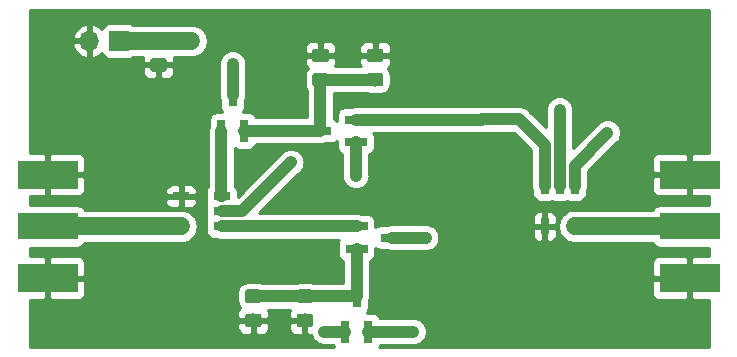
<source format=gbr>
G04 #@! TF.GenerationSoftware,KiCad,Pcbnew,(5.0.2)-1*
G04 #@! TF.CreationDate,2020-03-07T14:31:03-08:00*
G04 #@! TF.ProjectId,PA Rev 4.0,50412052-6576-4203-942e-302e6b696361,rev?*
G04 #@! TF.SameCoordinates,Original*
G04 #@! TF.FileFunction,Copper,L1,Top*
G04 #@! TF.FilePolarity,Positive*
%FSLAX46Y46*%
G04 Gerber Fmt 4.6, Leading zero omitted, Abs format (unit mm)*
G04 Created by KiCad (PCBNEW (5.0.2)-1) date 3/7/2020 2:31:03 PM*
%MOMM*%
%LPD*%
G01*
G04 APERTURE LIST*
G04 #@! TA.AperFunction,SMDPad,CuDef*
%ADD10R,5.080000X2.420000*%
G04 #@! TD*
G04 #@! TA.AperFunction,SMDPad,CuDef*
%ADD11R,5.080000X2.290000*%
G04 #@! TD*
G04 #@! TA.AperFunction,Conductor*
%ADD12C,0.100000*%
G04 #@! TD*
G04 #@! TA.AperFunction,SMDPad,CuDef*
%ADD13C,1.150000*%
G04 #@! TD*
G04 #@! TA.AperFunction,ComponentPad*
%ADD14R,1.700000X1.700000*%
G04 #@! TD*
G04 #@! TA.AperFunction,ComponentPad*
%ADD15O,1.700000X1.700000*%
G04 #@! TD*
G04 #@! TA.AperFunction,SMDPad,CuDef*
%ADD16R,1.900000X0.800000*%
G04 #@! TD*
G04 #@! TA.AperFunction,SMDPad,CuDef*
%ADD17R,0.800000X1.900000*%
G04 #@! TD*
G04 #@! TA.AperFunction,SMDPad,CuDef*
%ADD18R,1.400000X0.760000*%
G04 #@! TD*
G04 #@! TA.AperFunction,SMDPad,CuDef*
%ADD19R,0.760000X1.400000*%
G04 #@! TD*
G04 #@! TA.AperFunction,ViaPad*
%ADD20C,1.016000*%
G04 #@! TD*
G04 #@! TA.AperFunction,Conductor*
%ADD21C,1.000000*%
G04 #@! TD*
G04 #@! TA.AperFunction,Conductor*
%ADD22C,1.500000*%
G04 #@! TD*
G04 #@! TA.AperFunction,Conductor*
%ADD23C,0.254000*%
G04 #@! TD*
G04 APERTURE END LIST*
D10*
G04 #@! TO.P,J2,2*
G04 #@! TO.N,GND*
X97224000Y-61914000D03*
X97224000Y-70674000D03*
D11*
G04 #@! TO.P,J2,1*
G04 #@! TO.N,Net-(J2-Pad1)*
X97224000Y-66294000D03*
G04 #@! TD*
G04 #@! TO.P,J1,1*
G04 #@! TO.N,Net-(J1-Pad1)*
X42857000Y-66294000D03*
D10*
G04 #@! TO.P,J1,2*
G04 #@! TO.N,GND*
X42857000Y-61914000D03*
X42857000Y-70674000D03*
G04 #@! TD*
D12*
G04 #@! TO.N,Net-(C0-Pad1)*
G04 #@! TO.C,C0*
G36*
X52709605Y-49997604D02*
X52733873Y-50001204D01*
X52757672Y-50007165D01*
X52780771Y-50015430D01*
X52802950Y-50025920D01*
X52823993Y-50038532D01*
X52843699Y-50053147D01*
X52861877Y-50069623D01*
X52878353Y-50087801D01*
X52892968Y-50107507D01*
X52905580Y-50128550D01*
X52916070Y-50150729D01*
X52924335Y-50173828D01*
X52930296Y-50197627D01*
X52933896Y-50221895D01*
X52935100Y-50246399D01*
X52935100Y-50896401D01*
X52933896Y-50920905D01*
X52930296Y-50945173D01*
X52924335Y-50968972D01*
X52916070Y-50992071D01*
X52905580Y-51014250D01*
X52892968Y-51035293D01*
X52878353Y-51054999D01*
X52861877Y-51073177D01*
X52843699Y-51089653D01*
X52823993Y-51104268D01*
X52802950Y-51116880D01*
X52780771Y-51127370D01*
X52757672Y-51135635D01*
X52733873Y-51141596D01*
X52709605Y-51145196D01*
X52685101Y-51146400D01*
X51785099Y-51146400D01*
X51760595Y-51145196D01*
X51736327Y-51141596D01*
X51712528Y-51135635D01*
X51689429Y-51127370D01*
X51667250Y-51116880D01*
X51646207Y-51104268D01*
X51626501Y-51089653D01*
X51608323Y-51073177D01*
X51591847Y-51054999D01*
X51577232Y-51035293D01*
X51564620Y-51014250D01*
X51554130Y-50992071D01*
X51545865Y-50968972D01*
X51539904Y-50945173D01*
X51536304Y-50920905D01*
X51535100Y-50896401D01*
X51535100Y-50246399D01*
X51536304Y-50221895D01*
X51539904Y-50197627D01*
X51545865Y-50173828D01*
X51554130Y-50150729D01*
X51564620Y-50128550D01*
X51577232Y-50107507D01*
X51591847Y-50087801D01*
X51608323Y-50069623D01*
X51626501Y-50053147D01*
X51646207Y-50038532D01*
X51667250Y-50025920D01*
X51689429Y-50015430D01*
X51712528Y-50007165D01*
X51736327Y-50001204D01*
X51760595Y-49997604D01*
X51785099Y-49996400D01*
X52685101Y-49996400D01*
X52709605Y-49997604D01*
X52709605Y-49997604D01*
G37*
D13*
G04 #@! TD*
G04 #@! TO.P,C0,1*
G04 #@! TO.N,Net-(C0-Pad1)*
X52235100Y-50571400D03*
D12*
G04 #@! TO.N,GND*
G04 #@! TO.C,C0*
G36*
X52709605Y-52047604D02*
X52733873Y-52051204D01*
X52757672Y-52057165D01*
X52780771Y-52065430D01*
X52802950Y-52075920D01*
X52823993Y-52088532D01*
X52843699Y-52103147D01*
X52861877Y-52119623D01*
X52878353Y-52137801D01*
X52892968Y-52157507D01*
X52905580Y-52178550D01*
X52916070Y-52200729D01*
X52924335Y-52223828D01*
X52930296Y-52247627D01*
X52933896Y-52271895D01*
X52935100Y-52296399D01*
X52935100Y-52946401D01*
X52933896Y-52970905D01*
X52930296Y-52995173D01*
X52924335Y-53018972D01*
X52916070Y-53042071D01*
X52905580Y-53064250D01*
X52892968Y-53085293D01*
X52878353Y-53104999D01*
X52861877Y-53123177D01*
X52843699Y-53139653D01*
X52823993Y-53154268D01*
X52802950Y-53166880D01*
X52780771Y-53177370D01*
X52757672Y-53185635D01*
X52733873Y-53191596D01*
X52709605Y-53195196D01*
X52685101Y-53196400D01*
X51785099Y-53196400D01*
X51760595Y-53195196D01*
X51736327Y-53191596D01*
X51712528Y-53185635D01*
X51689429Y-53177370D01*
X51667250Y-53166880D01*
X51646207Y-53154268D01*
X51626501Y-53139653D01*
X51608323Y-53123177D01*
X51591847Y-53104999D01*
X51577232Y-53085293D01*
X51564620Y-53064250D01*
X51554130Y-53042071D01*
X51545865Y-53018972D01*
X51539904Y-52995173D01*
X51536304Y-52970905D01*
X51535100Y-52946401D01*
X51535100Y-52296399D01*
X51536304Y-52271895D01*
X51539904Y-52247627D01*
X51545865Y-52223828D01*
X51554130Y-52200729D01*
X51564620Y-52178550D01*
X51577232Y-52157507D01*
X51591847Y-52137801D01*
X51608323Y-52119623D01*
X51626501Y-52103147D01*
X51646207Y-52088532D01*
X51667250Y-52075920D01*
X51689429Y-52065430D01*
X51712528Y-52057165D01*
X51736327Y-52051204D01*
X51760595Y-52047604D01*
X51785099Y-52046400D01*
X52685101Y-52046400D01*
X52709605Y-52047604D01*
X52709605Y-52047604D01*
G37*
D13*
G04 #@! TD*
G04 #@! TO.P,C0,2*
G04 #@! TO.N,GND*
X52235100Y-52621400D03*
D12*
G04 #@! TO.N,GND*
G04 #@! TO.C,CB1*
G36*
X60746165Y-73680784D02*
X60770433Y-73684384D01*
X60794232Y-73690345D01*
X60817331Y-73698610D01*
X60839510Y-73709100D01*
X60860553Y-73721712D01*
X60880259Y-73736327D01*
X60898437Y-73752803D01*
X60914913Y-73770981D01*
X60929528Y-73790687D01*
X60942140Y-73811730D01*
X60952630Y-73833909D01*
X60960895Y-73857008D01*
X60966856Y-73880807D01*
X60970456Y-73905075D01*
X60971660Y-73929579D01*
X60971660Y-74579581D01*
X60970456Y-74604085D01*
X60966856Y-74628353D01*
X60960895Y-74652152D01*
X60952630Y-74675251D01*
X60942140Y-74697430D01*
X60929528Y-74718473D01*
X60914913Y-74738179D01*
X60898437Y-74756357D01*
X60880259Y-74772833D01*
X60860553Y-74787448D01*
X60839510Y-74800060D01*
X60817331Y-74810550D01*
X60794232Y-74818815D01*
X60770433Y-74824776D01*
X60746165Y-74828376D01*
X60721661Y-74829580D01*
X59821659Y-74829580D01*
X59797155Y-74828376D01*
X59772887Y-74824776D01*
X59749088Y-74818815D01*
X59725989Y-74810550D01*
X59703810Y-74800060D01*
X59682767Y-74787448D01*
X59663061Y-74772833D01*
X59644883Y-74756357D01*
X59628407Y-74738179D01*
X59613792Y-74718473D01*
X59601180Y-74697430D01*
X59590690Y-74675251D01*
X59582425Y-74652152D01*
X59576464Y-74628353D01*
X59572864Y-74604085D01*
X59571660Y-74579581D01*
X59571660Y-73929579D01*
X59572864Y-73905075D01*
X59576464Y-73880807D01*
X59582425Y-73857008D01*
X59590690Y-73833909D01*
X59601180Y-73811730D01*
X59613792Y-73790687D01*
X59628407Y-73770981D01*
X59644883Y-73752803D01*
X59663061Y-73736327D01*
X59682767Y-73721712D01*
X59703810Y-73709100D01*
X59725989Y-73698610D01*
X59749088Y-73690345D01*
X59772887Y-73684384D01*
X59797155Y-73680784D01*
X59821659Y-73679580D01*
X60721661Y-73679580D01*
X60746165Y-73680784D01*
X60746165Y-73680784D01*
G37*
D13*
G04 #@! TD*
G04 #@! TO.P,CB1,2*
G04 #@! TO.N,GND*
X60271660Y-74254580D03*
D12*
G04 #@! TO.N,Net-(CB1-Pad1)*
G04 #@! TO.C,CB1*
G36*
X60746165Y-71630784D02*
X60770433Y-71634384D01*
X60794232Y-71640345D01*
X60817331Y-71648610D01*
X60839510Y-71659100D01*
X60860553Y-71671712D01*
X60880259Y-71686327D01*
X60898437Y-71702803D01*
X60914913Y-71720981D01*
X60929528Y-71740687D01*
X60942140Y-71761730D01*
X60952630Y-71783909D01*
X60960895Y-71807008D01*
X60966856Y-71830807D01*
X60970456Y-71855075D01*
X60971660Y-71879579D01*
X60971660Y-72529581D01*
X60970456Y-72554085D01*
X60966856Y-72578353D01*
X60960895Y-72602152D01*
X60952630Y-72625251D01*
X60942140Y-72647430D01*
X60929528Y-72668473D01*
X60914913Y-72688179D01*
X60898437Y-72706357D01*
X60880259Y-72722833D01*
X60860553Y-72737448D01*
X60839510Y-72750060D01*
X60817331Y-72760550D01*
X60794232Y-72768815D01*
X60770433Y-72774776D01*
X60746165Y-72778376D01*
X60721661Y-72779580D01*
X59821659Y-72779580D01*
X59797155Y-72778376D01*
X59772887Y-72774776D01*
X59749088Y-72768815D01*
X59725989Y-72760550D01*
X59703810Y-72750060D01*
X59682767Y-72737448D01*
X59663061Y-72722833D01*
X59644883Y-72706357D01*
X59628407Y-72688179D01*
X59613792Y-72668473D01*
X59601180Y-72647430D01*
X59590690Y-72625251D01*
X59582425Y-72602152D01*
X59576464Y-72578353D01*
X59572864Y-72554085D01*
X59571660Y-72529581D01*
X59571660Y-71879579D01*
X59572864Y-71855075D01*
X59576464Y-71830807D01*
X59582425Y-71807008D01*
X59590690Y-71783909D01*
X59601180Y-71761730D01*
X59613792Y-71740687D01*
X59628407Y-71720981D01*
X59644883Y-71702803D01*
X59663061Y-71686327D01*
X59682767Y-71671712D01*
X59703810Y-71659100D01*
X59725989Y-71648610D01*
X59749088Y-71640345D01*
X59772887Y-71634384D01*
X59797155Y-71630784D01*
X59821659Y-71629580D01*
X60721661Y-71629580D01*
X60746165Y-71630784D01*
X60746165Y-71630784D01*
G37*
D13*
G04 #@! TD*
G04 #@! TO.P,CB1,1*
G04 #@! TO.N,Net-(CB1-Pad1)*
X60271660Y-72204580D03*
D12*
G04 #@! TO.N,GND*
G04 #@! TO.C,CB2*
G36*
X71073805Y-51236904D02*
X71098073Y-51240504D01*
X71121872Y-51246465D01*
X71144971Y-51254730D01*
X71167150Y-51265220D01*
X71188193Y-51277832D01*
X71207899Y-51292447D01*
X71226077Y-51308923D01*
X71242553Y-51327101D01*
X71257168Y-51346807D01*
X71269780Y-51367850D01*
X71280270Y-51390029D01*
X71288535Y-51413128D01*
X71294496Y-51436927D01*
X71298096Y-51461195D01*
X71299300Y-51485699D01*
X71299300Y-52135701D01*
X71298096Y-52160205D01*
X71294496Y-52184473D01*
X71288535Y-52208272D01*
X71280270Y-52231371D01*
X71269780Y-52253550D01*
X71257168Y-52274593D01*
X71242553Y-52294299D01*
X71226077Y-52312477D01*
X71207899Y-52328953D01*
X71188193Y-52343568D01*
X71167150Y-52356180D01*
X71144971Y-52366670D01*
X71121872Y-52374935D01*
X71098073Y-52380896D01*
X71073805Y-52384496D01*
X71049301Y-52385700D01*
X70149299Y-52385700D01*
X70124795Y-52384496D01*
X70100527Y-52380896D01*
X70076728Y-52374935D01*
X70053629Y-52366670D01*
X70031450Y-52356180D01*
X70010407Y-52343568D01*
X69990701Y-52328953D01*
X69972523Y-52312477D01*
X69956047Y-52294299D01*
X69941432Y-52274593D01*
X69928820Y-52253550D01*
X69918330Y-52231371D01*
X69910065Y-52208272D01*
X69904104Y-52184473D01*
X69900504Y-52160205D01*
X69899300Y-52135701D01*
X69899300Y-51485699D01*
X69900504Y-51461195D01*
X69904104Y-51436927D01*
X69910065Y-51413128D01*
X69918330Y-51390029D01*
X69928820Y-51367850D01*
X69941432Y-51346807D01*
X69956047Y-51327101D01*
X69972523Y-51308923D01*
X69990701Y-51292447D01*
X70010407Y-51277832D01*
X70031450Y-51265220D01*
X70053629Y-51254730D01*
X70076728Y-51246465D01*
X70100527Y-51240504D01*
X70124795Y-51236904D01*
X70149299Y-51235700D01*
X71049301Y-51235700D01*
X71073805Y-51236904D01*
X71073805Y-51236904D01*
G37*
D13*
G04 #@! TD*
G04 #@! TO.P,CB2,1*
G04 #@! TO.N,GND*
X70599300Y-51810700D03*
D12*
G04 #@! TO.N,Net-(CB2-Pad2)*
G04 #@! TO.C,CB2*
G36*
X71073805Y-53286904D02*
X71098073Y-53290504D01*
X71121872Y-53296465D01*
X71144971Y-53304730D01*
X71167150Y-53315220D01*
X71188193Y-53327832D01*
X71207899Y-53342447D01*
X71226077Y-53358923D01*
X71242553Y-53377101D01*
X71257168Y-53396807D01*
X71269780Y-53417850D01*
X71280270Y-53440029D01*
X71288535Y-53463128D01*
X71294496Y-53486927D01*
X71298096Y-53511195D01*
X71299300Y-53535699D01*
X71299300Y-54185701D01*
X71298096Y-54210205D01*
X71294496Y-54234473D01*
X71288535Y-54258272D01*
X71280270Y-54281371D01*
X71269780Y-54303550D01*
X71257168Y-54324593D01*
X71242553Y-54344299D01*
X71226077Y-54362477D01*
X71207899Y-54378953D01*
X71188193Y-54393568D01*
X71167150Y-54406180D01*
X71144971Y-54416670D01*
X71121872Y-54424935D01*
X71098073Y-54430896D01*
X71073805Y-54434496D01*
X71049301Y-54435700D01*
X70149299Y-54435700D01*
X70124795Y-54434496D01*
X70100527Y-54430896D01*
X70076728Y-54424935D01*
X70053629Y-54416670D01*
X70031450Y-54406180D01*
X70010407Y-54393568D01*
X69990701Y-54378953D01*
X69972523Y-54362477D01*
X69956047Y-54344299D01*
X69941432Y-54324593D01*
X69928820Y-54303550D01*
X69918330Y-54281371D01*
X69910065Y-54258272D01*
X69904104Y-54234473D01*
X69900504Y-54210205D01*
X69899300Y-54185701D01*
X69899300Y-53535699D01*
X69900504Y-53511195D01*
X69904104Y-53486927D01*
X69910065Y-53463128D01*
X69918330Y-53440029D01*
X69928820Y-53417850D01*
X69941432Y-53396807D01*
X69956047Y-53377101D01*
X69972523Y-53358923D01*
X69990701Y-53342447D01*
X70010407Y-53327832D01*
X70031450Y-53315220D01*
X70053629Y-53304730D01*
X70076728Y-53296465D01*
X70100527Y-53290504D01*
X70124795Y-53286904D01*
X70149299Y-53285700D01*
X71049301Y-53285700D01*
X71073805Y-53286904D01*
X71073805Y-53286904D01*
G37*
D13*
G04 #@! TD*
G04 #@! TO.P,CB2,2*
G04 #@! TO.N,Net-(CB2-Pad2)*
X70599300Y-53860700D03*
D14*
G04 #@! TO.P,J0,1*
G04 #@! TO.N,Net-(C0-Pad1)*
X48933100Y-50596800D03*
D15*
G04 #@! TO.P,J0,2*
G04 #@! TO.N,GND*
X46393100Y-50596800D03*
G04 #@! TD*
D16*
G04 #@! TO.P,QN1,1*
G04 #@! TO.N,Net-(QN1-Pad1)*
X69015480Y-66299040D03*
G04 #@! TO.P,QN1,2*
G04 #@! TO.N,Net-(CB1-Pad1)*
X69015480Y-68199040D03*
G04 #@! TO.P,QN1,3*
G04 #@! TO.N,Net-(QN1-Pad3)*
X72015480Y-67249040D03*
G04 #@! TD*
G04 #@! TO.P,QN2,3*
G04 #@! TO.N,Net-(CB2-Pad2)*
X65962400Y-58204100D03*
G04 #@! TO.P,QN2,2*
G04 #@! TO.N,Net-(QN2-Pad2)*
X68962400Y-57254100D03*
G04 #@! TO.P,QN2,1*
G04 #@! TO.N,Net-(QN2-Pad1)*
X68962400Y-59154100D03*
G04 #@! TD*
D17*
G04 #@! TO.P,QP1,1*
G04 #@! TO.N,Net-(QN1-Pad3)*
X68069420Y-75210800D03*
G04 #@! TO.P,QP1,2*
G04 #@! TO.N,Net-(QP1-Pad2)*
X69969420Y-75210800D03*
G04 #@! TO.P,QP1,3*
G04 #@! TO.N,Net-(CB1-Pad1)*
X69019420Y-72210800D03*
G04 #@! TD*
G04 #@! TO.P,QP2,3*
G04 #@! TO.N,Net-(QN2-Pad1)*
X58529220Y-55205500D03*
G04 #@! TO.P,QP2,2*
G04 #@! TO.N,Net-(CB2-Pad2)*
X59479220Y-58205500D03*
G04 #@! TO.P,QP2,1*
G04 #@! TO.N,Net-(QP2-Pad1)*
X57579220Y-58205500D03*
G04 #@! TD*
D12*
G04 #@! TO.N,Net-(CB1-Pad1)*
G04 #@! TO.C,RE1*
G36*
X65117505Y-71630784D02*
X65141773Y-71634384D01*
X65165572Y-71640345D01*
X65188671Y-71648610D01*
X65210850Y-71659100D01*
X65231893Y-71671712D01*
X65251599Y-71686327D01*
X65269777Y-71702803D01*
X65286253Y-71720981D01*
X65300868Y-71740687D01*
X65313480Y-71761730D01*
X65323970Y-71783909D01*
X65332235Y-71807008D01*
X65338196Y-71830807D01*
X65341796Y-71855075D01*
X65343000Y-71879579D01*
X65343000Y-72529581D01*
X65341796Y-72554085D01*
X65338196Y-72578353D01*
X65332235Y-72602152D01*
X65323970Y-72625251D01*
X65313480Y-72647430D01*
X65300868Y-72668473D01*
X65286253Y-72688179D01*
X65269777Y-72706357D01*
X65251599Y-72722833D01*
X65231893Y-72737448D01*
X65210850Y-72750060D01*
X65188671Y-72760550D01*
X65165572Y-72768815D01*
X65141773Y-72774776D01*
X65117505Y-72778376D01*
X65093001Y-72779580D01*
X64192999Y-72779580D01*
X64168495Y-72778376D01*
X64144227Y-72774776D01*
X64120428Y-72768815D01*
X64097329Y-72760550D01*
X64075150Y-72750060D01*
X64054107Y-72737448D01*
X64034401Y-72722833D01*
X64016223Y-72706357D01*
X63999747Y-72688179D01*
X63985132Y-72668473D01*
X63972520Y-72647430D01*
X63962030Y-72625251D01*
X63953765Y-72602152D01*
X63947804Y-72578353D01*
X63944204Y-72554085D01*
X63943000Y-72529581D01*
X63943000Y-71879579D01*
X63944204Y-71855075D01*
X63947804Y-71830807D01*
X63953765Y-71807008D01*
X63962030Y-71783909D01*
X63972520Y-71761730D01*
X63985132Y-71740687D01*
X63999747Y-71720981D01*
X64016223Y-71702803D01*
X64034401Y-71686327D01*
X64054107Y-71671712D01*
X64075150Y-71659100D01*
X64097329Y-71648610D01*
X64120428Y-71640345D01*
X64144227Y-71634384D01*
X64168495Y-71630784D01*
X64192999Y-71629580D01*
X65093001Y-71629580D01*
X65117505Y-71630784D01*
X65117505Y-71630784D01*
G37*
D13*
G04 #@! TD*
G04 #@! TO.P,RE1,1*
G04 #@! TO.N,Net-(CB1-Pad1)*
X64643000Y-72204580D03*
D12*
G04 #@! TO.N,GND*
G04 #@! TO.C,RE1*
G36*
X65117505Y-73680784D02*
X65141773Y-73684384D01*
X65165572Y-73690345D01*
X65188671Y-73698610D01*
X65210850Y-73709100D01*
X65231893Y-73721712D01*
X65251599Y-73736327D01*
X65269777Y-73752803D01*
X65286253Y-73770981D01*
X65300868Y-73790687D01*
X65313480Y-73811730D01*
X65323970Y-73833909D01*
X65332235Y-73857008D01*
X65338196Y-73880807D01*
X65341796Y-73905075D01*
X65343000Y-73929579D01*
X65343000Y-74579581D01*
X65341796Y-74604085D01*
X65338196Y-74628353D01*
X65332235Y-74652152D01*
X65323970Y-74675251D01*
X65313480Y-74697430D01*
X65300868Y-74718473D01*
X65286253Y-74738179D01*
X65269777Y-74756357D01*
X65251599Y-74772833D01*
X65231893Y-74787448D01*
X65210850Y-74800060D01*
X65188671Y-74810550D01*
X65165572Y-74818815D01*
X65141773Y-74824776D01*
X65117505Y-74828376D01*
X65093001Y-74829580D01*
X64192999Y-74829580D01*
X64168495Y-74828376D01*
X64144227Y-74824776D01*
X64120428Y-74818815D01*
X64097329Y-74810550D01*
X64075150Y-74800060D01*
X64054107Y-74787448D01*
X64034401Y-74772833D01*
X64016223Y-74756357D01*
X63999747Y-74738179D01*
X63985132Y-74718473D01*
X63972520Y-74697430D01*
X63962030Y-74675251D01*
X63953765Y-74652152D01*
X63947804Y-74628353D01*
X63944204Y-74604085D01*
X63943000Y-74579581D01*
X63943000Y-73929579D01*
X63944204Y-73905075D01*
X63947804Y-73880807D01*
X63953765Y-73857008D01*
X63962030Y-73833909D01*
X63972520Y-73811730D01*
X63985132Y-73790687D01*
X63999747Y-73770981D01*
X64016223Y-73752803D01*
X64034401Y-73736327D01*
X64054107Y-73721712D01*
X64075150Y-73709100D01*
X64097329Y-73698610D01*
X64120428Y-73690345D01*
X64144227Y-73684384D01*
X64168495Y-73680784D01*
X64192999Y-73679580D01*
X65093001Y-73679580D01*
X65117505Y-73680784D01*
X65117505Y-73680784D01*
G37*
D13*
G04 #@! TD*
G04 #@! TO.P,RE1,2*
G04 #@! TO.N,GND*
X64643000Y-74254580D03*
D12*
G04 #@! TO.N,Net-(CB2-Pad2)*
G04 #@! TO.C,RE2*
G36*
X66438305Y-53295904D02*
X66462573Y-53299504D01*
X66486372Y-53305465D01*
X66509471Y-53313730D01*
X66531650Y-53324220D01*
X66552693Y-53336832D01*
X66572399Y-53351447D01*
X66590577Y-53367923D01*
X66607053Y-53386101D01*
X66621668Y-53405807D01*
X66634280Y-53426850D01*
X66644770Y-53449029D01*
X66653035Y-53472128D01*
X66658996Y-53495927D01*
X66662596Y-53520195D01*
X66663800Y-53544699D01*
X66663800Y-54194701D01*
X66662596Y-54219205D01*
X66658996Y-54243473D01*
X66653035Y-54267272D01*
X66644770Y-54290371D01*
X66634280Y-54312550D01*
X66621668Y-54333593D01*
X66607053Y-54353299D01*
X66590577Y-54371477D01*
X66572399Y-54387953D01*
X66552693Y-54402568D01*
X66531650Y-54415180D01*
X66509471Y-54425670D01*
X66486372Y-54433935D01*
X66462573Y-54439896D01*
X66438305Y-54443496D01*
X66413801Y-54444700D01*
X65513799Y-54444700D01*
X65489295Y-54443496D01*
X65465027Y-54439896D01*
X65441228Y-54433935D01*
X65418129Y-54425670D01*
X65395950Y-54415180D01*
X65374907Y-54402568D01*
X65355201Y-54387953D01*
X65337023Y-54371477D01*
X65320547Y-54353299D01*
X65305932Y-54333593D01*
X65293320Y-54312550D01*
X65282830Y-54290371D01*
X65274565Y-54267272D01*
X65268604Y-54243473D01*
X65265004Y-54219205D01*
X65263800Y-54194701D01*
X65263800Y-53544699D01*
X65265004Y-53520195D01*
X65268604Y-53495927D01*
X65274565Y-53472128D01*
X65282830Y-53449029D01*
X65293320Y-53426850D01*
X65305932Y-53405807D01*
X65320547Y-53386101D01*
X65337023Y-53367923D01*
X65355201Y-53351447D01*
X65374907Y-53336832D01*
X65395950Y-53324220D01*
X65418129Y-53313730D01*
X65441228Y-53305465D01*
X65465027Y-53299504D01*
X65489295Y-53295904D01*
X65513799Y-53294700D01*
X66413801Y-53294700D01*
X66438305Y-53295904D01*
X66438305Y-53295904D01*
G37*
D13*
G04 #@! TD*
G04 #@! TO.P,RE2,2*
G04 #@! TO.N,Net-(CB2-Pad2)*
X65963800Y-53869700D03*
D12*
G04 #@! TO.N,GND*
G04 #@! TO.C,RE2*
G36*
X66438305Y-51245904D02*
X66462573Y-51249504D01*
X66486372Y-51255465D01*
X66509471Y-51263730D01*
X66531650Y-51274220D01*
X66552693Y-51286832D01*
X66572399Y-51301447D01*
X66590577Y-51317923D01*
X66607053Y-51336101D01*
X66621668Y-51355807D01*
X66634280Y-51376850D01*
X66644770Y-51399029D01*
X66653035Y-51422128D01*
X66658996Y-51445927D01*
X66662596Y-51470195D01*
X66663800Y-51494699D01*
X66663800Y-52144701D01*
X66662596Y-52169205D01*
X66658996Y-52193473D01*
X66653035Y-52217272D01*
X66644770Y-52240371D01*
X66634280Y-52262550D01*
X66621668Y-52283593D01*
X66607053Y-52303299D01*
X66590577Y-52321477D01*
X66572399Y-52337953D01*
X66552693Y-52352568D01*
X66531650Y-52365180D01*
X66509471Y-52375670D01*
X66486372Y-52383935D01*
X66462573Y-52389896D01*
X66438305Y-52393496D01*
X66413801Y-52394700D01*
X65513799Y-52394700D01*
X65489295Y-52393496D01*
X65465027Y-52389896D01*
X65441228Y-52383935D01*
X65418129Y-52375670D01*
X65395950Y-52365180D01*
X65374907Y-52352568D01*
X65355201Y-52337953D01*
X65337023Y-52321477D01*
X65320547Y-52303299D01*
X65305932Y-52283593D01*
X65293320Y-52262550D01*
X65282830Y-52240371D01*
X65274565Y-52217272D01*
X65268604Y-52193473D01*
X65265004Y-52169205D01*
X65263800Y-52144701D01*
X65263800Y-51494699D01*
X65265004Y-51470195D01*
X65268604Y-51445927D01*
X65274565Y-51422128D01*
X65282830Y-51399029D01*
X65293320Y-51376850D01*
X65305932Y-51355807D01*
X65320547Y-51336101D01*
X65337023Y-51317923D01*
X65355201Y-51301447D01*
X65374907Y-51286832D01*
X65395950Y-51274220D01*
X65418129Y-51263730D01*
X65441228Y-51255465D01*
X65465027Y-51249504D01*
X65489295Y-51245904D01*
X65513799Y-51244700D01*
X66413801Y-51244700D01*
X66438305Y-51245904D01*
X66438305Y-51245904D01*
G37*
D13*
G04 #@! TD*
G04 #@! TO.P,RE2,1*
G04 #@! TO.N,GND*
X65963800Y-51819700D03*
D18*
G04 #@! TO.P,T1,1*
G04 #@! TO.N,GND*
X54165000Y-63754000D03*
G04 #@! TO.P,T1,2*
G04 #@! TO.N,Net-(J1-Pad1)*
X54165000Y-66294000D03*
G04 #@! TO.P,T1,3*
G04 #@! TO.N,Net-(QN1-Pad1)*
X57595000Y-66294000D03*
G04 #@! TO.P,T1,4*
G04 #@! TO.N,Net-(R1-Pad2)*
X57595000Y-65024000D03*
G04 #@! TO.P,T1,5*
G04 #@! TO.N,Net-(QP2-Pad1)*
X57595000Y-63754000D03*
G04 #@! TD*
D19*
G04 #@! TO.P,T2,5*
G04 #@! TO.N,Net-(QN2-Pad2)*
X84932520Y-62856880D03*
G04 #@! TO.P,T2,4*
G04 #@! TO.N,Net-(C0-Pad1)*
X86202520Y-62856880D03*
G04 #@! TO.P,T2,3*
G04 #@! TO.N,Net-(QP1-Pad2)*
X87472520Y-62856880D03*
G04 #@! TO.P,T2,2*
G04 #@! TO.N,Net-(J2-Pad1)*
X87472520Y-66286880D03*
G04 #@! TO.P,T2,1*
G04 #@! TO.N,GND*
X84932520Y-66286880D03*
G04 #@! TD*
D20*
G04 #@! TO.N,Net-(C0-Pad1)*
X86202520Y-56415940D03*
X55041800Y-50596800D03*
G04 #@! TO.N,Net-(QN1-Pad3)*
X66303020Y-75210800D03*
X74889360Y-67249040D03*
G04 #@! TO.N,Net-(QN2-Pad1)*
X58534300Y-52539900D03*
X68962400Y-62015500D03*
G04 #@! TO.N,Net-(QP1-Pad2)*
X90262740Y-58366660D03*
X73820020Y-75206860D03*
G04 #@! TO.N,Net-(R1-Pad2)*
X63461900Y-60858400D03*
G04 #@! TD*
D21*
G04 #@! TO.N,Net-(C0-Pad1)*
X86202520Y-62856880D02*
X86202520Y-56415940D01*
X86202520Y-56415940D02*
X86202520Y-56415940D01*
X86202520Y-56415940D02*
X86202520Y-56415940D01*
D22*
X48933100Y-50596800D02*
X51283100Y-50596800D01*
X51283100Y-50596800D02*
X55041800Y-50596800D01*
X55041800Y-50596800D02*
X55041800Y-50596800D01*
D21*
G04 #@! TO.N,Net-(CB1-Pad1)*
X69015480Y-72206860D02*
X69019420Y-72210800D01*
X69015480Y-68199040D02*
X69015480Y-72206860D01*
X64649220Y-72210800D02*
X64643000Y-72204580D01*
X69019420Y-72210800D02*
X64649220Y-72210800D01*
X64643000Y-72204580D02*
X60271660Y-72204580D01*
G04 #@! TO.N,Net-(CB2-Pad2)*
X59480620Y-58204100D02*
X59479220Y-58205500D01*
X65962400Y-58204100D02*
X59480620Y-58204100D01*
X65962400Y-53871100D02*
X65963800Y-53869700D01*
X65962400Y-58204100D02*
X65962400Y-53871100D01*
X70590300Y-53869700D02*
X70599300Y-53860700D01*
X65963800Y-53869700D02*
X70590300Y-53869700D01*
D22*
G04 #@! TO.N,Net-(J1-Pad1)*
X42857000Y-66294000D02*
X54165000Y-66294000D01*
G04 #@! TO.N,Net-(J2-Pad1)*
X87479640Y-66294000D02*
X87472520Y-66286880D01*
X97224000Y-66294000D02*
X87479640Y-66294000D01*
D21*
G04 #@! TO.N,Net-(QN1-Pad1)*
X57600040Y-66299040D02*
X57595000Y-66294000D01*
X69015480Y-66299040D02*
X57600040Y-66299040D01*
G04 #@! TO.N,Net-(QN1-Pad3)*
X72015480Y-67249040D02*
X74889360Y-67249040D01*
X73965480Y-67249040D02*
X74889360Y-67249040D01*
X74889360Y-67249040D02*
X73965480Y-67249040D01*
X68069420Y-75210800D02*
X66303020Y-75210800D01*
X66303020Y-75210800D02*
X66303020Y-75210800D01*
X74889360Y-67249040D02*
X74889360Y-67249040D01*
G04 #@! TO.N,Net-(QN2-Pad2)*
X79649740Y-57254100D02*
X79664940Y-57238900D01*
X68962400Y-57254100D02*
X79649740Y-57254100D01*
X79664940Y-57238900D02*
X82778600Y-57238900D01*
X84932520Y-59392820D02*
X84932520Y-62856880D01*
X82778600Y-57238900D02*
X84932520Y-59392820D01*
G04 #@! TO.N,Net-(QN2-Pad1)*
X68962400Y-59154100D02*
X68962400Y-60554100D01*
X58529220Y-53255500D02*
X58534300Y-52539900D01*
X58529220Y-55205500D02*
X58529220Y-53255500D01*
X58534300Y-53250420D02*
X58534300Y-52539900D01*
X58534300Y-52539900D02*
X58534300Y-53250420D01*
X68962400Y-60554100D02*
X68962400Y-62015500D01*
X68962400Y-62015500D02*
X68962400Y-62015500D01*
G04 #@! TO.N,Net-(QP1-Pad2)*
X71369420Y-75210800D02*
X71373360Y-75206860D01*
X69969420Y-75210800D02*
X71369420Y-75210800D01*
X71373360Y-75206860D02*
X73820020Y-75206860D01*
X73820020Y-75206860D02*
X73820020Y-75206860D01*
X87472520Y-61156880D02*
X90262740Y-58366660D01*
X87472520Y-62856880D02*
X87472520Y-61156880D01*
X90262740Y-58366660D02*
X90262740Y-58366660D01*
G04 #@! TO.N,Net-(QP2-Pad1)*
X57579220Y-63738220D02*
X57595000Y-63754000D01*
X57579220Y-58205500D02*
X57579220Y-63738220D01*
G04 #@! TO.N,Net-(R1-Pad2)*
X57595000Y-65024000D02*
X59295000Y-65024000D01*
X59295000Y-65024000D02*
X59296300Y-65024000D01*
X59296300Y-65024000D02*
X63461900Y-60858400D01*
X63461900Y-60858400D02*
X63461900Y-60858400D01*
G04 #@! TD*
D23*
G04 #@! TO.N,GND*
G36*
X98858000Y-60069000D02*
X97509750Y-60069000D01*
X97351000Y-60227750D01*
X97351000Y-61787000D01*
X97371000Y-61787000D01*
X97371000Y-62041000D01*
X97351000Y-62041000D01*
X97351000Y-63600250D01*
X97509750Y-63759000D01*
X98858001Y-63759000D01*
X98858001Y-64501560D01*
X94684000Y-64501560D01*
X94436235Y-64550843D01*
X94226191Y-64691191D01*
X94085843Y-64901235D01*
X94084298Y-64909000D01*
X87644722Y-64909000D01*
X87472520Y-64874747D01*
X87147286Y-64939440D01*
X87092520Y-64939440D01*
X86844755Y-64988723D01*
X86634711Y-65129071D01*
X86572071Y-65222817D01*
X86473992Y-65288352D01*
X86167879Y-65746481D01*
X86060387Y-66286880D01*
X86167879Y-66827279D01*
X86396723Y-67169768D01*
X86403840Y-67176885D01*
X86481111Y-67292529D01*
X86574925Y-67355213D01*
X86634711Y-67444689D01*
X86844755Y-67585037D01*
X87092520Y-67634320D01*
X87118611Y-67634320D01*
X87343233Y-67679000D01*
X87479639Y-67706133D01*
X87616045Y-67679000D01*
X94084298Y-67679000D01*
X94085843Y-67686765D01*
X94226191Y-67896809D01*
X94436235Y-68037157D01*
X94684000Y-68086440D01*
X98858001Y-68086440D01*
X98858001Y-68829000D01*
X97509750Y-68829000D01*
X97351000Y-68987750D01*
X97351000Y-70547000D01*
X97371000Y-70547000D01*
X97371000Y-70801000D01*
X97351000Y-70801000D01*
X97351000Y-72360250D01*
X97509750Y-72519000D01*
X98858001Y-72519000D01*
X98858001Y-76506000D01*
X70902473Y-76506000D01*
X70967577Y-76408565D01*
X70980062Y-76345800D01*
X71257637Y-76345800D01*
X71369420Y-76368035D01*
X71481203Y-76345800D01*
X71501011Y-76341860D01*
X73573349Y-76341860D01*
X73592663Y-76349860D01*
X74047377Y-76349860D01*
X74191310Y-76290241D01*
X74262875Y-76276006D01*
X74323544Y-76235468D01*
X74467478Y-76175849D01*
X74577641Y-76065686D01*
X74638309Y-76025149D01*
X74678846Y-75964481D01*
X74789009Y-75854318D01*
X74848628Y-75710384D01*
X74889166Y-75649715D01*
X74903401Y-75578150D01*
X74963020Y-75434217D01*
X74963020Y-75278424D01*
X74977255Y-75206860D01*
X74963020Y-75135296D01*
X74963020Y-74979503D01*
X74903401Y-74835570D01*
X74889166Y-74764005D01*
X74848628Y-74703336D01*
X74789009Y-74559402D01*
X74678846Y-74449239D01*
X74638309Y-74388571D01*
X74577641Y-74348034D01*
X74467478Y-74237871D01*
X74323544Y-74178252D01*
X74262875Y-74137714D01*
X74191310Y-74123479D01*
X74047377Y-74063860D01*
X73592663Y-74063860D01*
X73573349Y-74071860D01*
X71485142Y-74071860D01*
X71373359Y-74049625D01*
X71241768Y-74075800D01*
X70980062Y-74075800D01*
X70967577Y-74013035D01*
X70827229Y-73802991D01*
X70617185Y-73662643D01*
X70369420Y-73613360D01*
X69880736Y-73613360D01*
X70017577Y-73408565D01*
X70066860Y-73160800D01*
X70066860Y-72686140D01*
X70088566Y-72653655D01*
X70176655Y-72210800D01*
X70150480Y-72079209D01*
X70150480Y-70959750D01*
X94049000Y-70959750D01*
X94049000Y-72010310D01*
X94145673Y-72243699D01*
X94324302Y-72422327D01*
X94557691Y-72519000D01*
X96938250Y-72519000D01*
X97097000Y-72360250D01*
X97097000Y-70801000D01*
X94207750Y-70801000D01*
X94049000Y-70959750D01*
X70150480Y-70959750D01*
X70150480Y-69337690D01*
X94049000Y-69337690D01*
X94049000Y-70388250D01*
X94207750Y-70547000D01*
X97097000Y-70547000D01*
X97097000Y-68987750D01*
X96938250Y-68829000D01*
X94557691Y-68829000D01*
X94324302Y-68925673D01*
X94145673Y-69104301D01*
X94049000Y-69337690D01*
X70150480Y-69337690D01*
X70150480Y-69209682D01*
X70213245Y-69197197D01*
X70423289Y-69056849D01*
X70563637Y-68846805D01*
X70612920Y-68599040D01*
X70612920Y-68110356D01*
X70817715Y-68247197D01*
X71065480Y-68296480D01*
X71540140Y-68296480D01*
X71572625Y-68318186D01*
X71903697Y-68384040D01*
X74642689Y-68384040D01*
X74662003Y-68392040D01*
X75116717Y-68392040D01*
X75260650Y-68332421D01*
X75332215Y-68318186D01*
X75392884Y-68277648D01*
X75536818Y-68218029D01*
X75646981Y-68107866D01*
X75707649Y-68067329D01*
X75748186Y-68006661D01*
X75858349Y-67896498D01*
X75917968Y-67752564D01*
X75958506Y-67691895D01*
X75972741Y-67620330D01*
X76032360Y-67476397D01*
X76032360Y-67320604D01*
X76046595Y-67249040D01*
X76032360Y-67177476D01*
X76032360Y-67021683D01*
X75972741Y-66877750D01*
X75958506Y-66806185D01*
X75917968Y-66745516D01*
X75858349Y-66601582D01*
X75829397Y-66572630D01*
X83917520Y-66572630D01*
X83917520Y-67113189D01*
X84014193Y-67346578D01*
X84192821Y-67525207D01*
X84426210Y-67621880D01*
X84646770Y-67621880D01*
X84805520Y-67463130D01*
X84805520Y-66413880D01*
X85059520Y-66413880D01*
X85059520Y-67463130D01*
X85218270Y-67621880D01*
X85438830Y-67621880D01*
X85672219Y-67525207D01*
X85850847Y-67346578D01*
X85947520Y-67113189D01*
X85947520Y-66572630D01*
X85788770Y-66413880D01*
X85059520Y-66413880D01*
X84805520Y-66413880D01*
X84076270Y-66413880D01*
X83917520Y-66572630D01*
X75829397Y-66572630D01*
X75748186Y-66491419D01*
X75707649Y-66430751D01*
X75646981Y-66390214D01*
X75536818Y-66280051D01*
X75392884Y-66220432D01*
X75332215Y-66179894D01*
X75260650Y-66165659D01*
X75116717Y-66106040D01*
X74662003Y-66106040D01*
X74642689Y-66114040D01*
X71903697Y-66114040D01*
X71572625Y-66179894D01*
X71540140Y-66201600D01*
X71065480Y-66201600D01*
X70817715Y-66250883D01*
X70612920Y-66387724D01*
X70612920Y-65899040D01*
X70563637Y-65651275D01*
X70436212Y-65460571D01*
X83917520Y-65460571D01*
X83917520Y-66001130D01*
X84076270Y-66159880D01*
X84805520Y-66159880D01*
X84805520Y-65110630D01*
X85059520Y-65110630D01*
X85059520Y-66159880D01*
X85788770Y-66159880D01*
X85947520Y-66001130D01*
X85947520Y-65460571D01*
X85850847Y-65227182D01*
X85672219Y-65048553D01*
X85438830Y-64951880D01*
X85218270Y-64951880D01*
X85059520Y-65110630D01*
X84805520Y-65110630D01*
X84646770Y-64951880D01*
X84426210Y-64951880D01*
X84192821Y-65048553D01*
X84014193Y-65227182D01*
X83917520Y-65460571D01*
X70436212Y-65460571D01*
X70423289Y-65441231D01*
X70213245Y-65300883D01*
X69965480Y-65251600D01*
X69490820Y-65251600D01*
X69458335Y-65229894D01*
X69127263Y-65164040D01*
X60761391Y-65164040D01*
X64090042Y-61835390D01*
X64109358Y-61827389D01*
X64219521Y-61717226D01*
X64280189Y-61676689D01*
X64320726Y-61616021D01*
X64430889Y-61505858D01*
X64490508Y-61361924D01*
X64531046Y-61301255D01*
X64545281Y-61229690D01*
X64604900Y-61085757D01*
X64604900Y-60929964D01*
X64614739Y-60880500D01*
X64619135Y-60858401D01*
X64604900Y-60786837D01*
X64604900Y-60631043D01*
X64545281Y-60487110D01*
X64531046Y-60415545D01*
X64490508Y-60354876D01*
X64430889Y-60210942D01*
X64320726Y-60100779D01*
X64280189Y-60040111D01*
X64219521Y-59999574D01*
X64109358Y-59889411D01*
X63965424Y-59829792D01*
X63904755Y-59789254D01*
X63833190Y-59775019D01*
X63689257Y-59715400D01*
X63533463Y-59715400D01*
X63461899Y-59701165D01*
X63390335Y-59715400D01*
X63234543Y-59715400D01*
X63090610Y-59775019D01*
X63019045Y-59789254D01*
X62958376Y-59829792D01*
X62814442Y-59889411D01*
X62704279Y-59999574D01*
X62643611Y-60040111D01*
X62603074Y-60100779D01*
X62492911Y-60210942D01*
X62484910Y-60230258D01*
X58942440Y-63772729D01*
X58942440Y-63374000D01*
X58893157Y-63126235D01*
X58752809Y-62916191D01*
X58714220Y-62890406D01*
X58714220Y-59675322D01*
X58831455Y-59753657D01*
X59079220Y-59802940D01*
X59879220Y-59802940D01*
X60126985Y-59753657D01*
X60337029Y-59613309D01*
X60477377Y-59403265D01*
X60490140Y-59339100D01*
X65850617Y-59339100D01*
X65962400Y-59361335D01*
X66074183Y-59339100D01*
X66405255Y-59273246D01*
X66437740Y-59251540D01*
X66912400Y-59251540D01*
X67160165Y-59202257D01*
X67364960Y-59065416D01*
X67364960Y-59554100D01*
X67414243Y-59801865D01*
X67554591Y-60011909D01*
X67764635Y-60152257D01*
X67827400Y-60164742D01*
X67827400Y-61768829D01*
X67819400Y-61788143D01*
X67819400Y-61943936D01*
X67805165Y-62015500D01*
X67819400Y-62087064D01*
X67819400Y-62242857D01*
X67879019Y-62386790D01*
X67893254Y-62458355D01*
X67933792Y-62519024D01*
X67993411Y-62662958D01*
X68103574Y-62773121D01*
X68144111Y-62833789D01*
X68204779Y-62874326D01*
X68314942Y-62984489D01*
X68458876Y-63044108D01*
X68519545Y-63084646D01*
X68591110Y-63098881D01*
X68735043Y-63158500D01*
X68890836Y-63158500D01*
X68962400Y-63172735D01*
X69033964Y-63158500D01*
X69189757Y-63158500D01*
X69333690Y-63098881D01*
X69405255Y-63084646D01*
X69465924Y-63044108D01*
X69609858Y-62984489D01*
X69720021Y-62874326D01*
X69780689Y-62833789D01*
X69821226Y-62773121D01*
X69931389Y-62662958D01*
X69991008Y-62519024D01*
X70031546Y-62458355D01*
X70045781Y-62386790D01*
X70105400Y-62242857D01*
X70105400Y-62087064D01*
X70119635Y-62015500D01*
X70105400Y-61943936D01*
X70105400Y-61788143D01*
X70097400Y-61768829D01*
X70097400Y-60164742D01*
X70160165Y-60152257D01*
X70370209Y-60011909D01*
X70510557Y-59801865D01*
X70559840Y-59554100D01*
X70559840Y-58754100D01*
X70510557Y-58506335D01*
X70432222Y-58389100D01*
X79537957Y-58389100D01*
X79649740Y-58411335D01*
X79761523Y-58389100D01*
X79837939Y-58373900D01*
X82308469Y-58373900D01*
X83797520Y-59862952D01*
X83797521Y-62968663D01*
X83863375Y-63299735D01*
X83905080Y-63362151D01*
X83905080Y-63556880D01*
X83954363Y-63804645D01*
X84094711Y-64014689D01*
X84304755Y-64155037D01*
X84552520Y-64204320D01*
X85312520Y-64204320D01*
X85560285Y-64155037D01*
X85567520Y-64150203D01*
X85574755Y-64155037D01*
X85822520Y-64204320D01*
X86582520Y-64204320D01*
X86830285Y-64155037D01*
X86837520Y-64150203D01*
X86844755Y-64155037D01*
X87092520Y-64204320D01*
X87852520Y-64204320D01*
X88100285Y-64155037D01*
X88310329Y-64014689D01*
X88450677Y-63804645D01*
X88499960Y-63556880D01*
X88499960Y-63362152D01*
X88541666Y-63299735D01*
X88607520Y-62968663D01*
X88607520Y-62199750D01*
X94049000Y-62199750D01*
X94049000Y-63250310D01*
X94145673Y-63483699D01*
X94324302Y-63662327D01*
X94557691Y-63759000D01*
X96938250Y-63759000D01*
X97097000Y-63600250D01*
X97097000Y-62041000D01*
X94207750Y-62041000D01*
X94049000Y-62199750D01*
X88607520Y-62199750D01*
X88607520Y-61627011D01*
X89656841Y-60577690D01*
X94049000Y-60577690D01*
X94049000Y-61628250D01*
X94207750Y-61787000D01*
X97097000Y-61787000D01*
X97097000Y-60227750D01*
X96938250Y-60069000D01*
X94557691Y-60069000D01*
X94324302Y-60165673D01*
X94145673Y-60344301D01*
X94049000Y-60577690D01*
X89656841Y-60577690D01*
X90890882Y-59343650D01*
X90910198Y-59335649D01*
X91020361Y-59225486D01*
X91081029Y-59184949D01*
X91121566Y-59124281D01*
X91231729Y-59014118D01*
X91291348Y-58870184D01*
X91331886Y-58809515D01*
X91346121Y-58737950D01*
X91405740Y-58594017D01*
X91405740Y-58438224D01*
X91419975Y-58366660D01*
X91405740Y-58295096D01*
X91405740Y-58139303D01*
X91346121Y-57995370D01*
X91331886Y-57923805D01*
X91291348Y-57863136D01*
X91231729Y-57719202D01*
X91121566Y-57609039D01*
X91081029Y-57548371D01*
X91020361Y-57507834D01*
X90910198Y-57397671D01*
X90766264Y-57338052D01*
X90705595Y-57297514D01*
X90634030Y-57283279D01*
X90490097Y-57223660D01*
X90334304Y-57223660D01*
X90262740Y-57209425D01*
X90191176Y-57223660D01*
X90035383Y-57223660D01*
X89891450Y-57283279D01*
X89819885Y-57297514D01*
X89759216Y-57338052D01*
X89615282Y-57397671D01*
X89505119Y-57507834D01*
X89444451Y-57548371D01*
X89403914Y-57609039D01*
X89293751Y-57719202D01*
X89285750Y-57738518D01*
X87337520Y-59686749D01*
X87337520Y-56662611D01*
X87345520Y-56643297D01*
X87345520Y-56487504D01*
X87359755Y-56415940D01*
X87345520Y-56344376D01*
X87345520Y-56188583D01*
X87285901Y-56044650D01*
X87271666Y-55973085D01*
X87231128Y-55912416D01*
X87171509Y-55768482D01*
X87061346Y-55658319D01*
X87020809Y-55597651D01*
X86960141Y-55557114D01*
X86849978Y-55446951D01*
X86706044Y-55387332D01*
X86645375Y-55346794D01*
X86573810Y-55332559D01*
X86429877Y-55272940D01*
X86274084Y-55272940D01*
X86202520Y-55258705D01*
X86130956Y-55272940D01*
X85975163Y-55272940D01*
X85831230Y-55332559D01*
X85759665Y-55346794D01*
X85698996Y-55387332D01*
X85555062Y-55446951D01*
X85444899Y-55557114D01*
X85384231Y-55597651D01*
X85343694Y-55658319D01*
X85233531Y-55768482D01*
X85173912Y-55912416D01*
X85133374Y-55973085D01*
X85119139Y-56044650D01*
X85059520Y-56188583D01*
X85059520Y-56344376D01*
X85045285Y-56415940D01*
X85059520Y-56487504D01*
X85059520Y-56643297D01*
X85067521Y-56662613D01*
X85067521Y-57922689D01*
X83660213Y-56515382D01*
X83596889Y-56420611D01*
X83221455Y-56169754D01*
X82890383Y-56103900D01*
X82778600Y-56081665D01*
X82666817Y-56103900D01*
X79776722Y-56103900D01*
X79664939Y-56081665D01*
X79476741Y-56119100D01*
X68850617Y-56119100D01*
X68519545Y-56184954D01*
X68487060Y-56206660D01*
X68012400Y-56206660D01*
X67764635Y-56255943D01*
X67554591Y-56396291D01*
X67414243Y-56606335D01*
X67364960Y-56854100D01*
X67364960Y-57342784D01*
X67160165Y-57205943D01*
X67097400Y-57193458D01*
X67097400Y-55004700D01*
X69790708Y-55004700D01*
X69805864Y-55014827D01*
X70149299Y-55083140D01*
X71049301Y-55083140D01*
X71392736Y-55014827D01*
X71683886Y-54820286D01*
X71878427Y-54529136D01*
X71946740Y-54185701D01*
X71946740Y-53535699D01*
X71878427Y-53192264D01*
X71683886Y-52901114D01*
X71682703Y-52900323D01*
X71837627Y-52745398D01*
X71934300Y-52512009D01*
X71934300Y-52096450D01*
X71775550Y-51937700D01*
X70726300Y-51937700D01*
X70726300Y-51957700D01*
X70472300Y-51957700D01*
X70472300Y-51937700D01*
X69423050Y-51937700D01*
X69264300Y-52096450D01*
X69264300Y-52512009D01*
X69356542Y-52734700D01*
X67210286Y-52734700D01*
X67298800Y-52521009D01*
X67298800Y-52105450D01*
X67140050Y-51946700D01*
X66090800Y-51946700D01*
X66090800Y-51966700D01*
X65836800Y-51966700D01*
X65836800Y-51946700D01*
X64787550Y-51946700D01*
X64628800Y-52105450D01*
X64628800Y-52521009D01*
X64725473Y-52754398D01*
X64880397Y-52909323D01*
X64879214Y-52910114D01*
X64684673Y-53201264D01*
X64616360Y-53544699D01*
X64616360Y-54194701D01*
X64684673Y-54538136D01*
X64827401Y-54751742D01*
X64827400Y-57069100D01*
X60489583Y-57069100D01*
X60477377Y-57007735D01*
X60337029Y-56797691D01*
X60126985Y-56657343D01*
X59879220Y-56608060D01*
X59390536Y-56608060D01*
X59527377Y-56403265D01*
X59576660Y-56155500D01*
X59576660Y-55680840D01*
X59598366Y-55648355D01*
X59664220Y-55317283D01*
X59664220Y-53387741D01*
X59669300Y-53362202D01*
X59669300Y-52786571D01*
X59677300Y-52767257D01*
X59677300Y-52312543D01*
X59619788Y-52173696D01*
X59606562Y-52104646D01*
X59604263Y-52101152D01*
X59603446Y-52097045D01*
X59562908Y-52036376D01*
X59503289Y-51892442D01*
X59397021Y-51786174D01*
X59358377Y-51727441D01*
X59354915Y-51725092D01*
X59352589Y-51721611D01*
X59295851Y-51683700D01*
X59291921Y-51681074D01*
X59181758Y-51570911D01*
X59042912Y-51513399D01*
X58984733Y-51473925D01*
X58980636Y-51473080D01*
X58977155Y-51470754D01*
X58905590Y-51456519D01*
X58761657Y-51396900D01*
X58611370Y-51396900D01*
X58542514Y-51382695D01*
X58538406Y-51383482D01*
X58534300Y-51382665D01*
X58462736Y-51396900D01*
X58306943Y-51396900D01*
X58168097Y-51454412D01*
X58099046Y-51467638D01*
X58095552Y-51469937D01*
X58091445Y-51470754D01*
X58030776Y-51511292D01*
X57886842Y-51570911D01*
X57780574Y-51677179D01*
X57721841Y-51715823D01*
X57719492Y-51719285D01*
X57716011Y-51721611D01*
X57675474Y-51782279D01*
X57565311Y-51892442D01*
X57507799Y-52031288D01*
X57468325Y-52089467D01*
X57467480Y-52093564D01*
X57465154Y-52097045D01*
X57450919Y-52168610D01*
X57391300Y-52312543D01*
X57391300Y-52767257D01*
X57397551Y-52782349D01*
X57395014Y-53139729D01*
X57394221Y-53143717D01*
X57394221Y-53251467D01*
X57393456Y-53359223D01*
X57394221Y-53363216D01*
X57394220Y-55317282D01*
X57460074Y-55648354D01*
X57481780Y-55680839D01*
X57481780Y-56155500D01*
X57531063Y-56403265D01*
X57667904Y-56608060D01*
X57179220Y-56608060D01*
X56931455Y-56657343D01*
X56721411Y-56797691D01*
X56581063Y-57007735D01*
X56531780Y-57255500D01*
X56531780Y-57730161D01*
X56510074Y-57762646D01*
X56444220Y-58093718D01*
X56444221Y-62911494D01*
X56437191Y-62916191D01*
X56296843Y-63126235D01*
X56247560Y-63374000D01*
X56247560Y-64134000D01*
X56296843Y-64381765D01*
X56301677Y-64389000D01*
X56296843Y-64396235D01*
X56247560Y-64644000D01*
X56247560Y-65404000D01*
X56296843Y-65651765D01*
X56301677Y-65659000D01*
X56296843Y-65666235D01*
X56247560Y-65914000D01*
X56247560Y-66674000D01*
X56296843Y-66921765D01*
X56437191Y-67131809D01*
X56647235Y-67272157D01*
X56895000Y-67321440D01*
X57087225Y-67321440D01*
X57157185Y-67368186D01*
X57488257Y-67434040D01*
X57600040Y-67456275D01*
X57711823Y-67434040D01*
X67545658Y-67434040D01*
X67467323Y-67551275D01*
X67418040Y-67799040D01*
X67418040Y-68599040D01*
X67467323Y-68846805D01*
X67607671Y-69056849D01*
X67817715Y-69197197D01*
X67880480Y-69209682D01*
X67880481Y-71075800D01*
X65474370Y-71075800D01*
X65436436Y-71050453D01*
X65093001Y-70982140D01*
X64192999Y-70982140D01*
X63849564Y-71050453D01*
X63820939Y-71069580D01*
X61093721Y-71069580D01*
X61065096Y-71050453D01*
X60721661Y-70982140D01*
X59821659Y-70982140D01*
X59478224Y-71050453D01*
X59187074Y-71244994D01*
X58992533Y-71536144D01*
X58924220Y-71879579D01*
X58924220Y-72529581D01*
X58992533Y-72873016D01*
X59187074Y-73164166D01*
X59188257Y-73164957D01*
X59033333Y-73319882D01*
X58936660Y-73553271D01*
X58936660Y-73968830D01*
X59095410Y-74127580D01*
X60144660Y-74127580D01*
X60144660Y-74107580D01*
X60398660Y-74107580D01*
X60398660Y-74127580D01*
X61447910Y-74127580D01*
X61606660Y-73968830D01*
X61606660Y-73553271D01*
X61518146Y-73339580D01*
X63396514Y-73339580D01*
X63308000Y-73553271D01*
X63308000Y-73968830D01*
X63466750Y-74127580D01*
X64516000Y-74127580D01*
X64516000Y-74107580D01*
X64770000Y-74107580D01*
X64770000Y-74127580D01*
X64790000Y-74127580D01*
X64790000Y-74381580D01*
X64770000Y-74381580D01*
X64770000Y-75305830D01*
X64928750Y-75464580D01*
X65170965Y-75464580D01*
X65219639Y-75582090D01*
X65233874Y-75653655D01*
X65274412Y-75714324D01*
X65334031Y-75858258D01*
X65444194Y-75968421D01*
X65484731Y-76029089D01*
X65545399Y-76069626D01*
X65655562Y-76179789D01*
X65799496Y-76239408D01*
X65860165Y-76279946D01*
X65931730Y-76294181D01*
X66075663Y-76353800D01*
X66530377Y-76353800D01*
X66549691Y-76345800D01*
X67058778Y-76345800D01*
X67071263Y-76408565D01*
X67136367Y-76506000D01*
X41350000Y-76506000D01*
X41350000Y-74540330D01*
X58936660Y-74540330D01*
X58936660Y-74955889D01*
X59033333Y-75189278D01*
X59211961Y-75367907D01*
X59445350Y-75464580D01*
X59985910Y-75464580D01*
X60144660Y-75305830D01*
X60144660Y-74381580D01*
X60398660Y-74381580D01*
X60398660Y-75305830D01*
X60557410Y-75464580D01*
X61097970Y-75464580D01*
X61331359Y-75367907D01*
X61509987Y-75189278D01*
X61606660Y-74955889D01*
X61606660Y-74540330D01*
X63308000Y-74540330D01*
X63308000Y-74955889D01*
X63404673Y-75189278D01*
X63583301Y-75367907D01*
X63816690Y-75464580D01*
X64357250Y-75464580D01*
X64516000Y-75305830D01*
X64516000Y-74381580D01*
X63466750Y-74381580D01*
X63308000Y-74540330D01*
X61606660Y-74540330D01*
X61447910Y-74381580D01*
X60398660Y-74381580D01*
X60144660Y-74381580D01*
X59095410Y-74381580D01*
X58936660Y-74540330D01*
X41350000Y-74540330D01*
X41350000Y-72519000D01*
X42571250Y-72519000D01*
X42730000Y-72360250D01*
X42730000Y-70801000D01*
X42984000Y-70801000D01*
X42984000Y-72360250D01*
X43142750Y-72519000D01*
X45523309Y-72519000D01*
X45756698Y-72422327D01*
X45935327Y-72243699D01*
X46032000Y-72010310D01*
X46032000Y-70959750D01*
X45873250Y-70801000D01*
X42984000Y-70801000D01*
X42730000Y-70801000D01*
X42710000Y-70801000D01*
X42710000Y-70547000D01*
X42730000Y-70547000D01*
X42730000Y-68987750D01*
X42984000Y-68987750D01*
X42984000Y-70547000D01*
X45873250Y-70547000D01*
X46032000Y-70388250D01*
X46032000Y-69337690D01*
X45935327Y-69104301D01*
X45756698Y-68925673D01*
X45523309Y-68829000D01*
X43142750Y-68829000D01*
X42984000Y-68987750D01*
X42730000Y-68987750D01*
X42571250Y-68829000D01*
X41350000Y-68829000D01*
X41350000Y-68086440D01*
X45397000Y-68086440D01*
X45644765Y-68037157D01*
X45854809Y-67896809D01*
X45995157Y-67686765D01*
X45996702Y-67679000D01*
X54301407Y-67679000D01*
X54705400Y-67598641D01*
X55163529Y-67292529D01*
X55229065Y-67194447D01*
X55322809Y-67131809D01*
X55463157Y-66921765D01*
X55512440Y-66674000D01*
X55512440Y-66619234D01*
X55577133Y-66294000D01*
X55512440Y-65968766D01*
X55512440Y-65914000D01*
X55463157Y-65666235D01*
X55322809Y-65456191D01*
X55229065Y-65393553D01*
X55163529Y-65295471D01*
X54705400Y-64989359D01*
X54301407Y-64909000D01*
X45996702Y-64909000D01*
X45995157Y-64901235D01*
X45854809Y-64691191D01*
X45644765Y-64550843D01*
X45397000Y-64501560D01*
X41350000Y-64501560D01*
X41350000Y-64039750D01*
X52830000Y-64039750D01*
X52830000Y-64260310D01*
X52926673Y-64493699D01*
X53105302Y-64672327D01*
X53338691Y-64769000D01*
X53879250Y-64769000D01*
X54038000Y-64610250D01*
X54038000Y-63881000D01*
X54292000Y-63881000D01*
X54292000Y-64610250D01*
X54450750Y-64769000D01*
X54991309Y-64769000D01*
X55224698Y-64672327D01*
X55403327Y-64493699D01*
X55500000Y-64260310D01*
X55500000Y-64039750D01*
X55341250Y-63881000D01*
X54292000Y-63881000D01*
X54038000Y-63881000D01*
X52988750Y-63881000D01*
X52830000Y-64039750D01*
X41350000Y-64039750D01*
X41350000Y-63759000D01*
X42571250Y-63759000D01*
X42730000Y-63600250D01*
X42730000Y-62041000D01*
X42984000Y-62041000D01*
X42984000Y-63600250D01*
X43142750Y-63759000D01*
X45523309Y-63759000D01*
X45756698Y-63662327D01*
X45935327Y-63483699D01*
X46032000Y-63250310D01*
X46032000Y-63247690D01*
X52830000Y-63247690D01*
X52830000Y-63468250D01*
X52988750Y-63627000D01*
X54038000Y-63627000D01*
X54038000Y-62897750D01*
X54292000Y-62897750D01*
X54292000Y-63627000D01*
X55341250Y-63627000D01*
X55500000Y-63468250D01*
X55500000Y-63247690D01*
X55403327Y-63014301D01*
X55224698Y-62835673D01*
X54991309Y-62739000D01*
X54450750Y-62739000D01*
X54292000Y-62897750D01*
X54038000Y-62897750D01*
X53879250Y-62739000D01*
X53338691Y-62739000D01*
X53105302Y-62835673D01*
X52926673Y-63014301D01*
X52830000Y-63247690D01*
X46032000Y-63247690D01*
X46032000Y-62199750D01*
X45873250Y-62041000D01*
X42984000Y-62041000D01*
X42730000Y-62041000D01*
X42710000Y-62041000D01*
X42710000Y-61787000D01*
X42730000Y-61787000D01*
X42730000Y-60227750D01*
X42984000Y-60227750D01*
X42984000Y-61787000D01*
X45873250Y-61787000D01*
X46032000Y-61628250D01*
X46032000Y-60577690D01*
X45935327Y-60344301D01*
X45756698Y-60165673D01*
X45523309Y-60069000D01*
X43142750Y-60069000D01*
X42984000Y-60227750D01*
X42730000Y-60227750D01*
X42571250Y-60069000D01*
X41350000Y-60069000D01*
X41350000Y-52907150D01*
X50900100Y-52907150D01*
X50900100Y-53322709D01*
X50996773Y-53556098D01*
X51175401Y-53734727D01*
X51408790Y-53831400D01*
X51949350Y-53831400D01*
X52108100Y-53672650D01*
X52108100Y-52748400D01*
X52362100Y-52748400D01*
X52362100Y-53672650D01*
X52520850Y-53831400D01*
X53061410Y-53831400D01*
X53294799Y-53734727D01*
X53473427Y-53556098D01*
X53570100Y-53322709D01*
X53570100Y-52907150D01*
X53411350Y-52748400D01*
X52362100Y-52748400D01*
X52108100Y-52748400D01*
X51058850Y-52748400D01*
X50900100Y-52907150D01*
X41350000Y-52907150D01*
X41350000Y-50953692D01*
X44951614Y-50953692D01*
X45197917Y-51478158D01*
X45626176Y-51868445D01*
X46036210Y-52038276D01*
X46266100Y-51916955D01*
X46266100Y-50723800D01*
X45072281Y-50723800D01*
X44951614Y-50953692D01*
X41350000Y-50953692D01*
X41350000Y-50239908D01*
X44951614Y-50239908D01*
X45072281Y-50469800D01*
X46266100Y-50469800D01*
X46266100Y-49276645D01*
X46520100Y-49276645D01*
X46520100Y-50469800D01*
X46540100Y-50469800D01*
X46540100Y-50723800D01*
X46520100Y-50723800D01*
X46520100Y-51916955D01*
X46749990Y-52038276D01*
X47160024Y-51868445D01*
X47464361Y-51591092D01*
X47484943Y-51694565D01*
X47625291Y-51904609D01*
X47835335Y-52044957D01*
X48083100Y-52094240D01*
X49783100Y-52094240D01*
X50030865Y-52044957D01*
X50125385Y-51981800D01*
X50900100Y-51981800D01*
X50900100Y-52335650D01*
X51058850Y-52494400D01*
X52108100Y-52494400D01*
X52108100Y-52474400D01*
X52362100Y-52474400D01*
X52362100Y-52494400D01*
X53411350Y-52494400D01*
X53570100Y-52335650D01*
X53570100Y-51981800D01*
X55178207Y-51981800D01*
X55582200Y-51901441D01*
X56040329Y-51595329D01*
X56346441Y-51137200D01*
X56350182Y-51118391D01*
X64628800Y-51118391D01*
X64628800Y-51533950D01*
X64787550Y-51692700D01*
X65836800Y-51692700D01*
X65836800Y-50768450D01*
X66090800Y-50768450D01*
X66090800Y-51692700D01*
X67140050Y-51692700D01*
X67298800Y-51533950D01*
X67298800Y-51118391D01*
X67295073Y-51109391D01*
X69264300Y-51109391D01*
X69264300Y-51524950D01*
X69423050Y-51683700D01*
X70472300Y-51683700D01*
X70472300Y-50759450D01*
X70726300Y-50759450D01*
X70726300Y-51683700D01*
X71775550Y-51683700D01*
X71934300Y-51524950D01*
X71934300Y-51109391D01*
X71837627Y-50876002D01*
X71658999Y-50697373D01*
X71425610Y-50600700D01*
X70885050Y-50600700D01*
X70726300Y-50759450D01*
X70472300Y-50759450D01*
X70313550Y-50600700D01*
X69772990Y-50600700D01*
X69539601Y-50697373D01*
X69360973Y-50876002D01*
X69264300Y-51109391D01*
X67295073Y-51109391D01*
X67202127Y-50885002D01*
X67023499Y-50706373D01*
X66790110Y-50609700D01*
X66249550Y-50609700D01*
X66090800Y-50768450D01*
X65836800Y-50768450D01*
X65678050Y-50609700D01*
X65137490Y-50609700D01*
X64904101Y-50706373D01*
X64725473Y-50885002D01*
X64628800Y-51118391D01*
X56350182Y-51118391D01*
X56453933Y-50596800D01*
X56346441Y-50056400D01*
X56040329Y-49598271D01*
X55582200Y-49292159D01*
X55178207Y-49211800D01*
X50125385Y-49211800D01*
X50030865Y-49148643D01*
X49783100Y-49099360D01*
X48083100Y-49099360D01*
X47835335Y-49148643D01*
X47625291Y-49288991D01*
X47484943Y-49499035D01*
X47464361Y-49602508D01*
X47160024Y-49325155D01*
X46749990Y-49155324D01*
X46520100Y-49276645D01*
X46266100Y-49276645D01*
X46036210Y-49155324D01*
X45626176Y-49325155D01*
X45197917Y-49715442D01*
X44951614Y-50239908D01*
X41350000Y-50239908D01*
X41350000Y-47954000D01*
X98858000Y-47954000D01*
X98858000Y-60069000D01*
X98858000Y-60069000D01*
G37*
X98858000Y-60069000D02*
X97509750Y-60069000D01*
X97351000Y-60227750D01*
X97351000Y-61787000D01*
X97371000Y-61787000D01*
X97371000Y-62041000D01*
X97351000Y-62041000D01*
X97351000Y-63600250D01*
X97509750Y-63759000D01*
X98858001Y-63759000D01*
X98858001Y-64501560D01*
X94684000Y-64501560D01*
X94436235Y-64550843D01*
X94226191Y-64691191D01*
X94085843Y-64901235D01*
X94084298Y-64909000D01*
X87644722Y-64909000D01*
X87472520Y-64874747D01*
X87147286Y-64939440D01*
X87092520Y-64939440D01*
X86844755Y-64988723D01*
X86634711Y-65129071D01*
X86572071Y-65222817D01*
X86473992Y-65288352D01*
X86167879Y-65746481D01*
X86060387Y-66286880D01*
X86167879Y-66827279D01*
X86396723Y-67169768D01*
X86403840Y-67176885D01*
X86481111Y-67292529D01*
X86574925Y-67355213D01*
X86634711Y-67444689D01*
X86844755Y-67585037D01*
X87092520Y-67634320D01*
X87118611Y-67634320D01*
X87343233Y-67679000D01*
X87479639Y-67706133D01*
X87616045Y-67679000D01*
X94084298Y-67679000D01*
X94085843Y-67686765D01*
X94226191Y-67896809D01*
X94436235Y-68037157D01*
X94684000Y-68086440D01*
X98858001Y-68086440D01*
X98858001Y-68829000D01*
X97509750Y-68829000D01*
X97351000Y-68987750D01*
X97351000Y-70547000D01*
X97371000Y-70547000D01*
X97371000Y-70801000D01*
X97351000Y-70801000D01*
X97351000Y-72360250D01*
X97509750Y-72519000D01*
X98858001Y-72519000D01*
X98858001Y-76506000D01*
X70902473Y-76506000D01*
X70967577Y-76408565D01*
X70980062Y-76345800D01*
X71257637Y-76345800D01*
X71369420Y-76368035D01*
X71481203Y-76345800D01*
X71501011Y-76341860D01*
X73573349Y-76341860D01*
X73592663Y-76349860D01*
X74047377Y-76349860D01*
X74191310Y-76290241D01*
X74262875Y-76276006D01*
X74323544Y-76235468D01*
X74467478Y-76175849D01*
X74577641Y-76065686D01*
X74638309Y-76025149D01*
X74678846Y-75964481D01*
X74789009Y-75854318D01*
X74848628Y-75710384D01*
X74889166Y-75649715D01*
X74903401Y-75578150D01*
X74963020Y-75434217D01*
X74963020Y-75278424D01*
X74977255Y-75206860D01*
X74963020Y-75135296D01*
X74963020Y-74979503D01*
X74903401Y-74835570D01*
X74889166Y-74764005D01*
X74848628Y-74703336D01*
X74789009Y-74559402D01*
X74678846Y-74449239D01*
X74638309Y-74388571D01*
X74577641Y-74348034D01*
X74467478Y-74237871D01*
X74323544Y-74178252D01*
X74262875Y-74137714D01*
X74191310Y-74123479D01*
X74047377Y-74063860D01*
X73592663Y-74063860D01*
X73573349Y-74071860D01*
X71485142Y-74071860D01*
X71373359Y-74049625D01*
X71241768Y-74075800D01*
X70980062Y-74075800D01*
X70967577Y-74013035D01*
X70827229Y-73802991D01*
X70617185Y-73662643D01*
X70369420Y-73613360D01*
X69880736Y-73613360D01*
X70017577Y-73408565D01*
X70066860Y-73160800D01*
X70066860Y-72686140D01*
X70088566Y-72653655D01*
X70176655Y-72210800D01*
X70150480Y-72079209D01*
X70150480Y-70959750D01*
X94049000Y-70959750D01*
X94049000Y-72010310D01*
X94145673Y-72243699D01*
X94324302Y-72422327D01*
X94557691Y-72519000D01*
X96938250Y-72519000D01*
X97097000Y-72360250D01*
X97097000Y-70801000D01*
X94207750Y-70801000D01*
X94049000Y-70959750D01*
X70150480Y-70959750D01*
X70150480Y-69337690D01*
X94049000Y-69337690D01*
X94049000Y-70388250D01*
X94207750Y-70547000D01*
X97097000Y-70547000D01*
X97097000Y-68987750D01*
X96938250Y-68829000D01*
X94557691Y-68829000D01*
X94324302Y-68925673D01*
X94145673Y-69104301D01*
X94049000Y-69337690D01*
X70150480Y-69337690D01*
X70150480Y-69209682D01*
X70213245Y-69197197D01*
X70423289Y-69056849D01*
X70563637Y-68846805D01*
X70612920Y-68599040D01*
X70612920Y-68110356D01*
X70817715Y-68247197D01*
X71065480Y-68296480D01*
X71540140Y-68296480D01*
X71572625Y-68318186D01*
X71903697Y-68384040D01*
X74642689Y-68384040D01*
X74662003Y-68392040D01*
X75116717Y-68392040D01*
X75260650Y-68332421D01*
X75332215Y-68318186D01*
X75392884Y-68277648D01*
X75536818Y-68218029D01*
X75646981Y-68107866D01*
X75707649Y-68067329D01*
X75748186Y-68006661D01*
X75858349Y-67896498D01*
X75917968Y-67752564D01*
X75958506Y-67691895D01*
X75972741Y-67620330D01*
X76032360Y-67476397D01*
X76032360Y-67320604D01*
X76046595Y-67249040D01*
X76032360Y-67177476D01*
X76032360Y-67021683D01*
X75972741Y-66877750D01*
X75958506Y-66806185D01*
X75917968Y-66745516D01*
X75858349Y-66601582D01*
X75829397Y-66572630D01*
X83917520Y-66572630D01*
X83917520Y-67113189D01*
X84014193Y-67346578D01*
X84192821Y-67525207D01*
X84426210Y-67621880D01*
X84646770Y-67621880D01*
X84805520Y-67463130D01*
X84805520Y-66413880D01*
X85059520Y-66413880D01*
X85059520Y-67463130D01*
X85218270Y-67621880D01*
X85438830Y-67621880D01*
X85672219Y-67525207D01*
X85850847Y-67346578D01*
X85947520Y-67113189D01*
X85947520Y-66572630D01*
X85788770Y-66413880D01*
X85059520Y-66413880D01*
X84805520Y-66413880D01*
X84076270Y-66413880D01*
X83917520Y-66572630D01*
X75829397Y-66572630D01*
X75748186Y-66491419D01*
X75707649Y-66430751D01*
X75646981Y-66390214D01*
X75536818Y-66280051D01*
X75392884Y-66220432D01*
X75332215Y-66179894D01*
X75260650Y-66165659D01*
X75116717Y-66106040D01*
X74662003Y-66106040D01*
X74642689Y-66114040D01*
X71903697Y-66114040D01*
X71572625Y-66179894D01*
X71540140Y-66201600D01*
X71065480Y-66201600D01*
X70817715Y-66250883D01*
X70612920Y-66387724D01*
X70612920Y-65899040D01*
X70563637Y-65651275D01*
X70436212Y-65460571D01*
X83917520Y-65460571D01*
X83917520Y-66001130D01*
X84076270Y-66159880D01*
X84805520Y-66159880D01*
X84805520Y-65110630D01*
X85059520Y-65110630D01*
X85059520Y-66159880D01*
X85788770Y-66159880D01*
X85947520Y-66001130D01*
X85947520Y-65460571D01*
X85850847Y-65227182D01*
X85672219Y-65048553D01*
X85438830Y-64951880D01*
X85218270Y-64951880D01*
X85059520Y-65110630D01*
X84805520Y-65110630D01*
X84646770Y-64951880D01*
X84426210Y-64951880D01*
X84192821Y-65048553D01*
X84014193Y-65227182D01*
X83917520Y-65460571D01*
X70436212Y-65460571D01*
X70423289Y-65441231D01*
X70213245Y-65300883D01*
X69965480Y-65251600D01*
X69490820Y-65251600D01*
X69458335Y-65229894D01*
X69127263Y-65164040D01*
X60761391Y-65164040D01*
X64090042Y-61835390D01*
X64109358Y-61827389D01*
X64219521Y-61717226D01*
X64280189Y-61676689D01*
X64320726Y-61616021D01*
X64430889Y-61505858D01*
X64490508Y-61361924D01*
X64531046Y-61301255D01*
X64545281Y-61229690D01*
X64604900Y-61085757D01*
X64604900Y-60929964D01*
X64614739Y-60880500D01*
X64619135Y-60858401D01*
X64604900Y-60786837D01*
X64604900Y-60631043D01*
X64545281Y-60487110D01*
X64531046Y-60415545D01*
X64490508Y-60354876D01*
X64430889Y-60210942D01*
X64320726Y-60100779D01*
X64280189Y-60040111D01*
X64219521Y-59999574D01*
X64109358Y-59889411D01*
X63965424Y-59829792D01*
X63904755Y-59789254D01*
X63833190Y-59775019D01*
X63689257Y-59715400D01*
X63533463Y-59715400D01*
X63461899Y-59701165D01*
X63390335Y-59715400D01*
X63234543Y-59715400D01*
X63090610Y-59775019D01*
X63019045Y-59789254D01*
X62958376Y-59829792D01*
X62814442Y-59889411D01*
X62704279Y-59999574D01*
X62643611Y-60040111D01*
X62603074Y-60100779D01*
X62492911Y-60210942D01*
X62484910Y-60230258D01*
X58942440Y-63772729D01*
X58942440Y-63374000D01*
X58893157Y-63126235D01*
X58752809Y-62916191D01*
X58714220Y-62890406D01*
X58714220Y-59675322D01*
X58831455Y-59753657D01*
X59079220Y-59802940D01*
X59879220Y-59802940D01*
X60126985Y-59753657D01*
X60337029Y-59613309D01*
X60477377Y-59403265D01*
X60490140Y-59339100D01*
X65850617Y-59339100D01*
X65962400Y-59361335D01*
X66074183Y-59339100D01*
X66405255Y-59273246D01*
X66437740Y-59251540D01*
X66912400Y-59251540D01*
X67160165Y-59202257D01*
X67364960Y-59065416D01*
X67364960Y-59554100D01*
X67414243Y-59801865D01*
X67554591Y-60011909D01*
X67764635Y-60152257D01*
X67827400Y-60164742D01*
X67827400Y-61768829D01*
X67819400Y-61788143D01*
X67819400Y-61943936D01*
X67805165Y-62015500D01*
X67819400Y-62087064D01*
X67819400Y-62242857D01*
X67879019Y-62386790D01*
X67893254Y-62458355D01*
X67933792Y-62519024D01*
X67993411Y-62662958D01*
X68103574Y-62773121D01*
X68144111Y-62833789D01*
X68204779Y-62874326D01*
X68314942Y-62984489D01*
X68458876Y-63044108D01*
X68519545Y-63084646D01*
X68591110Y-63098881D01*
X68735043Y-63158500D01*
X68890836Y-63158500D01*
X68962400Y-63172735D01*
X69033964Y-63158500D01*
X69189757Y-63158500D01*
X69333690Y-63098881D01*
X69405255Y-63084646D01*
X69465924Y-63044108D01*
X69609858Y-62984489D01*
X69720021Y-62874326D01*
X69780689Y-62833789D01*
X69821226Y-62773121D01*
X69931389Y-62662958D01*
X69991008Y-62519024D01*
X70031546Y-62458355D01*
X70045781Y-62386790D01*
X70105400Y-62242857D01*
X70105400Y-62087064D01*
X70119635Y-62015500D01*
X70105400Y-61943936D01*
X70105400Y-61788143D01*
X70097400Y-61768829D01*
X70097400Y-60164742D01*
X70160165Y-60152257D01*
X70370209Y-60011909D01*
X70510557Y-59801865D01*
X70559840Y-59554100D01*
X70559840Y-58754100D01*
X70510557Y-58506335D01*
X70432222Y-58389100D01*
X79537957Y-58389100D01*
X79649740Y-58411335D01*
X79761523Y-58389100D01*
X79837939Y-58373900D01*
X82308469Y-58373900D01*
X83797520Y-59862952D01*
X83797521Y-62968663D01*
X83863375Y-63299735D01*
X83905080Y-63362151D01*
X83905080Y-63556880D01*
X83954363Y-63804645D01*
X84094711Y-64014689D01*
X84304755Y-64155037D01*
X84552520Y-64204320D01*
X85312520Y-64204320D01*
X85560285Y-64155037D01*
X85567520Y-64150203D01*
X85574755Y-64155037D01*
X85822520Y-64204320D01*
X86582520Y-64204320D01*
X86830285Y-64155037D01*
X86837520Y-64150203D01*
X86844755Y-64155037D01*
X87092520Y-64204320D01*
X87852520Y-64204320D01*
X88100285Y-64155037D01*
X88310329Y-64014689D01*
X88450677Y-63804645D01*
X88499960Y-63556880D01*
X88499960Y-63362152D01*
X88541666Y-63299735D01*
X88607520Y-62968663D01*
X88607520Y-62199750D01*
X94049000Y-62199750D01*
X94049000Y-63250310D01*
X94145673Y-63483699D01*
X94324302Y-63662327D01*
X94557691Y-63759000D01*
X96938250Y-63759000D01*
X97097000Y-63600250D01*
X97097000Y-62041000D01*
X94207750Y-62041000D01*
X94049000Y-62199750D01*
X88607520Y-62199750D01*
X88607520Y-61627011D01*
X89656841Y-60577690D01*
X94049000Y-60577690D01*
X94049000Y-61628250D01*
X94207750Y-61787000D01*
X97097000Y-61787000D01*
X97097000Y-60227750D01*
X96938250Y-60069000D01*
X94557691Y-60069000D01*
X94324302Y-60165673D01*
X94145673Y-60344301D01*
X94049000Y-60577690D01*
X89656841Y-60577690D01*
X90890882Y-59343650D01*
X90910198Y-59335649D01*
X91020361Y-59225486D01*
X91081029Y-59184949D01*
X91121566Y-59124281D01*
X91231729Y-59014118D01*
X91291348Y-58870184D01*
X91331886Y-58809515D01*
X91346121Y-58737950D01*
X91405740Y-58594017D01*
X91405740Y-58438224D01*
X91419975Y-58366660D01*
X91405740Y-58295096D01*
X91405740Y-58139303D01*
X91346121Y-57995370D01*
X91331886Y-57923805D01*
X91291348Y-57863136D01*
X91231729Y-57719202D01*
X91121566Y-57609039D01*
X91081029Y-57548371D01*
X91020361Y-57507834D01*
X90910198Y-57397671D01*
X90766264Y-57338052D01*
X90705595Y-57297514D01*
X90634030Y-57283279D01*
X90490097Y-57223660D01*
X90334304Y-57223660D01*
X90262740Y-57209425D01*
X90191176Y-57223660D01*
X90035383Y-57223660D01*
X89891450Y-57283279D01*
X89819885Y-57297514D01*
X89759216Y-57338052D01*
X89615282Y-57397671D01*
X89505119Y-57507834D01*
X89444451Y-57548371D01*
X89403914Y-57609039D01*
X89293751Y-57719202D01*
X89285750Y-57738518D01*
X87337520Y-59686749D01*
X87337520Y-56662611D01*
X87345520Y-56643297D01*
X87345520Y-56487504D01*
X87359755Y-56415940D01*
X87345520Y-56344376D01*
X87345520Y-56188583D01*
X87285901Y-56044650D01*
X87271666Y-55973085D01*
X87231128Y-55912416D01*
X87171509Y-55768482D01*
X87061346Y-55658319D01*
X87020809Y-55597651D01*
X86960141Y-55557114D01*
X86849978Y-55446951D01*
X86706044Y-55387332D01*
X86645375Y-55346794D01*
X86573810Y-55332559D01*
X86429877Y-55272940D01*
X86274084Y-55272940D01*
X86202520Y-55258705D01*
X86130956Y-55272940D01*
X85975163Y-55272940D01*
X85831230Y-55332559D01*
X85759665Y-55346794D01*
X85698996Y-55387332D01*
X85555062Y-55446951D01*
X85444899Y-55557114D01*
X85384231Y-55597651D01*
X85343694Y-55658319D01*
X85233531Y-55768482D01*
X85173912Y-55912416D01*
X85133374Y-55973085D01*
X85119139Y-56044650D01*
X85059520Y-56188583D01*
X85059520Y-56344376D01*
X85045285Y-56415940D01*
X85059520Y-56487504D01*
X85059520Y-56643297D01*
X85067521Y-56662613D01*
X85067521Y-57922689D01*
X83660213Y-56515382D01*
X83596889Y-56420611D01*
X83221455Y-56169754D01*
X82890383Y-56103900D01*
X82778600Y-56081665D01*
X82666817Y-56103900D01*
X79776722Y-56103900D01*
X79664939Y-56081665D01*
X79476741Y-56119100D01*
X68850617Y-56119100D01*
X68519545Y-56184954D01*
X68487060Y-56206660D01*
X68012400Y-56206660D01*
X67764635Y-56255943D01*
X67554591Y-56396291D01*
X67414243Y-56606335D01*
X67364960Y-56854100D01*
X67364960Y-57342784D01*
X67160165Y-57205943D01*
X67097400Y-57193458D01*
X67097400Y-55004700D01*
X69790708Y-55004700D01*
X69805864Y-55014827D01*
X70149299Y-55083140D01*
X71049301Y-55083140D01*
X71392736Y-55014827D01*
X71683886Y-54820286D01*
X71878427Y-54529136D01*
X71946740Y-54185701D01*
X71946740Y-53535699D01*
X71878427Y-53192264D01*
X71683886Y-52901114D01*
X71682703Y-52900323D01*
X71837627Y-52745398D01*
X71934300Y-52512009D01*
X71934300Y-52096450D01*
X71775550Y-51937700D01*
X70726300Y-51937700D01*
X70726300Y-51957700D01*
X70472300Y-51957700D01*
X70472300Y-51937700D01*
X69423050Y-51937700D01*
X69264300Y-52096450D01*
X69264300Y-52512009D01*
X69356542Y-52734700D01*
X67210286Y-52734700D01*
X67298800Y-52521009D01*
X67298800Y-52105450D01*
X67140050Y-51946700D01*
X66090800Y-51946700D01*
X66090800Y-51966700D01*
X65836800Y-51966700D01*
X65836800Y-51946700D01*
X64787550Y-51946700D01*
X64628800Y-52105450D01*
X64628800Y-52521009D01*
X64725473Y-52754398D01*
X64880397Y-52909323D01*
X64879214Y-52910114D01*
X64684673Y-53201264D01*
X64616360Y-53544699D01*
X64616360Y-54194701D01*
X64684673Y-54538136D01*
X64827401Y-54751742D01*
X64827400Y-57069100D01*
X60489583Y-57069100D01*
X60477377Y-57007735D01*
X60337029Y-56797691D01*
X60126985Y-56657343D01*
X59879220Y-56608060D01*
X59390536Y-56608060D01*
X59527377Y-56403265D01*
X59576660Y-56155500D01*
X59576660Y-55680840D01*
X59598366Y-55648355D01*
X59664220Y-55317283D01*
X59664220Y-53387741D01*
X59669300Y-53362202D01*
X59669300Y-52786571D01*
X59677300Y-52767257D01*
X59677300Y-52312543D01*
X59619788Y-52173696D01*
X59606562Y-52104646D01*
X59604263Y-52101152D01*
X59603446Y-52097045D01*
X59562908Y-52036376D01*
X59503289Y-51892442D01*
X59397021Y-51786174D01*
X59358377Y-51727441D01*
X59354915Y-51725092D01*
X59352589Y-51721611D01*
X59295851Y-51683700D01*
X59291921Y-51681074D01*
X59181758Y-51570911D01*
X59042912Y-51513399D01*
X58984733Y-51473925D01*
X58980636Y-51473080D01*
X58977155Y-51470754D01*
X58905590Y-51456519D01*
X58761657Y-51396900D01*
X58611370Y-51396900D01*
X58542514Y-51382695D01*
X58538406Y-51383482D01*
X58534300Y-51382665D01*
X58462736Y-51396900D01*
X58306943Y-51396900D01*
X58168097Y-51454412D01*
X58099046Y-51467638D01*
X58095552Y-51469937D01*
X58091445Y-51470754D01*
X58030776Y-51511292D01*
X57886842Y-51570911D01*
X57780574Y-51677179D01*
X57721841Y-51715823D01*
X57719492Y-51719285D01*
X57716011Y-51721611D01*
X57675474Y-51782279D01*
X57565311Y-51892442D01*
X57507799Y-52031288D01*
X57468325Y-52089467D01*
X57467480Y-52093564D01*
X57465154Y-52097045D01*
X57450919Y-52168610D01*
X57391300Y-52312543D01*
X57391300Y-52767257D01*
X57397551Y-52782349D01*
X57395014Y-53139729D01*
X57394221Y-53143717D01*
X57394221Y-53251467D01*
X57393456Y-53359223D01*
X57394221Y-53363216D01*
X57394220Y-55317282D01*
X57460074Y-55648354D01*
X57481780Y-55680839D01*
X57481780Y-56155500D01*
X57531063Y-56403265D01*
X57667904Y-56608060D01*
X57179220Y-56608060D01*
X56931455Y-56657343D01*
X56721411Y-56797691D01*
X56581063Y-57007735D01*
X56531780Y-57255500D01*
X56531780Y-57730161D01*
X56510074Y-57762646D01*
X56444220Y-58093718D01*
X56444221Y-62911494D01*
X56437191Y-62916191D01*
X56296843Y-63126235D01*
X56247560Y-63374000D01*
X56247560Y-64134000D01*
X56296843Y-64381765D01*
X56301677Y-64389000D01*
X56296843Y-64396235D01*
X56247560Y-64644000D01*
X56247560Y-65404000D01*
X56296843Y-65651765D01*
X56301677Y-65659000D01*
X56296843Y-65666235D01*
X56247560Y-65914000D01*
X56247560Y-66674000D01*
X56296843Y-66921765D01*
X56437191Y-67131809D01*
X56647235Y-67272157D01*
X56895000Y-67321440D01*
X57087225Y-67321440D01*
X57157185Y-67368186D01*
X57488257Y-67434040D01*
X57600040Y-67456275D01*
X57711823Y-67434040D01*
X67545658Y-67434040D01*
X67467323Y-67551275D01*
X67418040Y-67799040D01*
X67418040Y-68599040D01*
X67467323Y-68846805D01*
X67607671Y-69056849D01*
X67817715Y-69197197D01*
X67880480Y-69209682D01*
X67880481Y-71075800D01*
X65474370Y-71075800D01*
X65436436Y-71050453D01*
X65093001Y-70982140D01*
X64192999Y-70982140D01*
X63849564Y-71050453D01*
X63820939Y-71069580D01*
X61093721Y-71069580D01*
X61065096Y-71050453D01*
X60721661Y-70982140D01*
X59821659Y-70982140D01*
X59478224Y-71050453D01*
X59187074Y-71244994D01*
X58992533Y-71536144D01*
X58924220Y-71879579D01*
X58924220Y-72529581D01*
X58992533Y-72873016D01*
X59187074Y-73164166D01*
X59188257Y-73164957D01*
X59033333Y-73319882D01*
X58936660Y-73553271D01*
X58936660Y-73968830D01*
X59095410Y-74127580D01*
X60144660Y-74127580D01*
X60144660Y-74107580D01*
X60398660Y-74107580D01*
X60398660Y-74127580D01*
X61447910Y-74127580D01*
X61606660Y-73968830D01*
X61606660Y-73553271D01*
X61518146Y-73339580D01*
X63396514Y-73339580D01*
X63308000Y-73553271D01*
X63308000Y-73968830D01*
X63466750Y-74127580D01*
X64516000Y-74127580D01*
X64516000Y-74107580D01*
X64770000Y-74107580D01*
X64770000Y-74127580D01*
X64790000Y-74127580D01*
X64790000Y-74381580D01*
X64770000Y-74381580D01*
X64770000Y-75305830D01*
X64928750Y-75464580D01*
X65170965Y-75464580D01*
X65219639Y-75582090D01*
X65233874Y-75653655D01*
X65274412Y-75714324D01*
X65334031Y-75858258D01*
X65444194Y-75968421D01*
X65484731Y-76029089D01*
X65545399Y-76069626D01*
X65655562Y-76179789D01*
X65799496Y-76239408D01*
X65860165Y-76279946D01*
X65931730Y-76294181D01*
X66075663Y-76353800D01*
X66530377Y-76353800D01*
X66549691Y-76345800D01*
X67058778Y-76345800D01*
X67071263Y-76408565D01*
X67136367Y-76506000D01*
X41350000Y-76506000D01*
X41350000Y-74540330D01*
X58936660Y-74540330D01*
X58936660Y-74955889D01*
X59033333Y-75189278D01*
X59211961Y-75367907D01*
X59445350Y-75464580D01*
X59985910Y-75464580D01*
X60144660Y-75305830D01*
X60144660Y-74381580D01*
X60398660Y-74381580D01*
X60398660Y-75305830D01*
X60557410Y-75464580D01*
X61097970Y-75464580D01*
X61331359Y-75367907D01*
X61509987Y-75189278D01*
X61606660Y-74955889D01*
X61606660Y-74540330D01*
X63308000Y-74540330D01*
X63308000Y-74955889D01*
X63404673Y-75189278D01*
X63583301Y-75367907D01*
X63816690Y-75464580D01*
X64357250Y-75464580D01*
X64516000Y-75305830D01*
X64516000Y-74381580D01*
X63466750Y-74381580D01*
X63308000Y-74540330D01*
X61606660Y-74540330D01*
X61447910Y-74381580D01*
X60398660Y-74381580D01*
X60144660Y-74381580D01*
X59095410Y-74381580D01*
X58936660Y-74540330D01*
X41350000Y-74540330D01*
X41350000Y-72519000D01*
X42571250Y-72519000D01*
X42730000Y-72360250D01*
X42730000Y-70801000D01*
X42984000Y-70801000D01*
X42984000Y-72360250D01*
X43142750Y-72519000D01*
X45523309Y-72519000D01*
X45756698Y-72422327D01*
X45935327Y-72243699D01*
X46032000Y-72010310D01*
X46032000Y-70959750D01*
X45873250Y-70801000D01*
X42984000Y-70801000D01*
X42730000Y-70801000D01*
X42710000Y-70801000D01*
X42710000Y-70547000D01*
X42730000Y-70547000D01*
X42730000Y-68987750D01*
X42984000Y-68987750D01*
X42984000Y-70547000D01*
X45873250Y-70547000D01*
X46032000Y-70388250D01*
X46032000Y-69337690D01*
X45935327Y-69104301D01*
X45756698Y-68925673D01*
X45523309Y-68829000D01*
X43142750Y-68829000D01*
X42984000Y-68987750D01*
X42730000Y-68987750D01*
X42571250Y-68829000D01*
X41350000Y-68829000D01*
X41350000Y-68086440D01*
X45397000Y-68086440D01*
X45644765Y-68037157D01*
X45854809Y-67896809D01*
X45995157Y-67686765D01*
X45996702Y-67679000D01*
X54301407Y-67679000D01*
X54705400Y-67598641D01*
X55163529Y-67292529D01*
X55229065Y-67194447D01*
X55322809Y-67131809D01*
X55463157Y-66921765D01*
X55512440Y-66674000D01*
X55512440Y-66619234D01*
X55577133Y-66294000D01*
X55512440Y-65968766D01*
X55512440Y-65914000D01*
X55463157Y-65666235D01*
X55322809Y-65456191D01*
X55229065Y-65393553D01*
X55163529Y-65295471D01*
X54705400Y-64989359D01*
X54301407Y-64909000D01*
X45996702Y-64909000D01*
X45995157Y-64901235D01*
X45854809Y-64691191D01*
X45644765Y-64550843D01*
X45397000Y-64501560D01*
X41350000Y-64501560D01*
X41350000Y-64039750D01*
X52830000Y-64039750D01*
X52830000Y-64260310D01*
X52926673Y-64493699D01*
X53105302Y-64672327D01*
X53338691Y-64769000D01*
X53879250Y-64769000D01*
X54038000Y-64610250D01*
X54038000Y-63881000D01*
X54292000Y-63881000D01*
X54292000Y-64610250D01*
X54450750Y-64769000D01*
X54991309Y-64769000D01*
X55224698Y-64672327D01*
X55403327Y-64493699D01*
X55500000Y-64260310D01*
X55500000Y-64039750D01*
X55341250Y-63881000D01*
X54292000Y-63881000D01*
X54038000Y-63881000D01*
X52988750Y-63881000D01*
X52830000Y-64039750D01*
X41350000Y-64039750D01*
X41350000Y-63759000D01*
X42571250Y-63759000D01*
X42730000Y-63600250D01*
X42730000Y-62041000D01*
X42984000Y-62041000D01*
X42984000Y-63600250D01*
X43142750Y-63759000D01*
X45523309Y-63759000D01*
X45756698Y-63662327D01*
X45935327Y-63483699D01*
X46032000Y-63250310D01*
X46032000Y-63247690D01*
X52830000Y-63247690D01*
X52830000Y-63468250D01*
X52988750Y-63627000D01*
X54038000Y-63627000D01*
X54038000Y-62897750D01*
X54292000Y-62897750D01*
X54292000Y-63627000D01*
X55341250Y-63627000D01*
X55500000Y-63468250D01*
X55500000Y-63247690D01*
X55403327Y-63014301D01*
X55224698Y-62835673D01*
X54991309Y-62739000D01*
X54450750Y-62739000D01*
X54292000Y-62897750D01*
X54038000Y-62897750D01*
X53879250Y-62739000D01*
X53338691Y-62739000D01*
X53105302Y-62835673D01*
X52926673Y-63014301D01*
X52830000Y-63247690D01*
X46032000Y-63247690D01*
X46032000Y-62199750D01*
X45873250Y-62041000D01*
X42984000Y-62041000D01*
X42730000Y-62041000D01*
X42710000Y-62041000D01*
X42710000Y-61787000D01*
X42730000Y-61787000D01*
X42730000Y-60227750D01*
X42984000Y-60227750D01*
X42984000Y-61787000D01*
X45873250Y-61787000D01*
X46032000Y-61628250D01*
X46032000Y-60577690D01*
X45935327Y-60344301D01*
X45756698Y-60165673D01*
X45523309Y-60069000D01*
X43142750Y-60069000D01*
X42984000Y-60227750D01*
X42730000Y-60227750D01*
X42571250Y-60069000D01*
X41350000Y-60069000D01*
X41350000Y-52907150D01*
X50900100Y-52907150D01*
X50900100Y-53322709D01*
X50996773Y-53556098D01*
X51175401Y-53734727D01*
X51408790Y-53831400D01*
X51949350Y-53831400D01*
X52108100Y-53672650D01*
X52108100Y-52748400D01*
X52362100Y-52748400D01*
X52362100Y-53672650D01*
X52520850Y-53831400D01*
X53061410Y-53831400D01*
X53294799Y-53734727D01*
X53473427Y-53556098D01*
X53570100Y-53322709D01*
X53570100Y-52907150D01*
X53411350Y-52748400D01*
X52362100Y-52748400D01*
X52108100Y-52748400D01*
X51058850Y-52748400D01*
X50900100Y-52907150D01*
X41350000Y-52907150D01*
X41350000Y-50953692D01*
X44951614Y-50953692D01*
X45197917Y-51478158D01*
X45626176Y-51868445D01*
X46036210Y-52038276D01*
X46266100Y-51916955D01*
X46266100Y-50723800D01*
X45072281Y-50723800D01*
X44951614Y-50953692D01*
X41350000Y-50953692D01*
X41350000Y-50239908D01*
X44951614Y-50239908D01*
X45072281Y-50469800D01*
X46266100Y-50469800D01*
X46266100Y-49276645D01*
X46520100Y-49276645D01*
X46520100Y-50469800D01*
X46540100Y-50469800D01*
X46540100Y-50723800D01*
X46520100Y-50723800D01*
X46520100Y-51916955D01*
X46749990Y-52038276D01*
X47160024Y-51868445D01*
X47464361Y-51591092D01*
X47484943Y-51694565D01*
X47625291Y-51904609D01*
X47835335Y-52044957D01*
X48083100Y-52094240D01*
X49783100Y-52094240D01*
X50030865Y-52044957D01*
X50125385Y-51981800D01*
X50900100Y-51981800D01*
X50900100Y-52335650D01*
X51058850Y-52494400D01*
X52108100Y-52494400D01*
X52108100Y-52474400D01*
X52362100Y-52474400D01*
X52362100Y-52494400D01*
X53411350Y-52494400D01*
X53570100Y-52335650D01*
X53570100Y-51981800D01*
X55178207Y-51981800D01*
X55582200Y-51901441D01*
X56040329Y-51595329D01*
X56346441Y-51137200D01*
X56350182Y-51118391D01*
X64628800Y-51118391D01*
X64628800Y-51533950D01*
X64787550Y-51692700D01*
X65836800Y-51692700D01*
X65836800Y-50768450D01*
X66090800Y-50768450D01*
X66090800Y-51692700D01*
X67140050Y-51692700D01*
X67298800Y-51533950D01*
X67298800Y-51118391D01*
X67295073Y-51109391D01*
X69264300Y-51109391D01*
X69264300Y-51524950D01*
X69423050Y-51683700D01*
X70472300Y-51683700D01*
X70472300Y-50759450D01*
X70726300Y-50759450D01*
X70726300Y-51683700D01*
X71775550Y-51683700D01*
X71934300Y-51524950D01*
X71934300Y-51109391D01*
X71837627Y-50876002D01*
X71658999Y-50697373D01*
X71425610Y-50600700D01*
X70885050Y-50600700D01*
X70726300Y-50759450D01*
X70472300Y-50759450D01*
X70313550Y-50600700D01*
X69772990Y-50600700D01*
X69539601Y-50697373D01*
X69360973Y-50876002D01*
X69264300Y-51109391D01*
X67295073Y-51109391D01*
X67202127Y-50885002D01*
X67023499Y-50706373D01*
X66790110Y-50609700D01*
X66249550Y-50609700D01*
X66090800Y-50768450D01*
X65836800Y-50768450D01*
X65678050Y-50609700D01*
X65137490Y-50609700D01*
X64904101Y-50706373D01*
X64725473Y-50885002D01*
X64628800Y-51118391D01*
X56350182Y-51118391D01*
X56453933Y-50596800D01*
X56346441Y-50056400D01*
X56040329Y-49598271D01*
X55582200Y-49292159D01*
X55178207Y-49211800D01*
X50125385Y-49211800D01*
X50030865Y-49148643D01*
X49783100Y-49099360D01*
X48083100Y-49099360D01*
X47835335Y-49148643D01*
X47625291Y-49288991D01*
X47484943Y-49499035D01*
X47464361Y-49602508D01*
X47160024Y-49325155D01*
X46749990Y-49155324D01*
X46520100Y-49276645D01*
X46266100Y-49276645D01*
X46036210Y-49155324D01*
X45626176Y-49325155D01*
X45197917Y-49715442D01*
X44951614Y-50239908D01*
X41350000Y-50239908D01*
X41350000Y-47954000D01*
X98858000Y-47954000D01*
X98858000Y-60069000D01*
G04 #@! TD*
M02*

</source>
